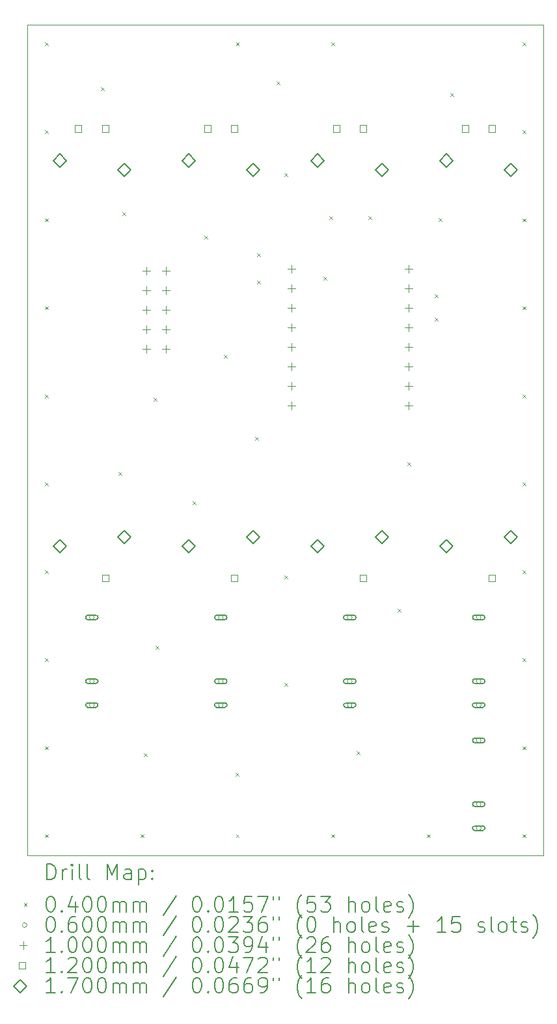
<source format=gbr>
%TF.GenerationSoftware,KiCad,Pcbnew,7.0.7*%
%TF.CreationDate,2025-11-01T14:08:22+08:00*%
%TF.ProjectId,2144_LPF,32313434-5f4c-4504-962e-6b696361645f,rev?*%
%TF.SameCoordinates,Original*%
%TF.FileFunction,Drillmap*%
%TF.FilePolarity,Positive*%
%FSLAX45Y45*%
G04 Gerber Fmt 4.5, Leading zero omitted, Abs format (unit mm)*
G04 Created by KiCad (PCBNEW 7.0.7) date 2025-11-01 14:08:22*
%MOMM*%
%LPD*%
G01*
G04 APERTURE LIST*
%ADD10C,0.100000*%
%ADD11C,0.200000*%
%ADD12C,0.040000*%
%ADD13C,0.060000*%
%ADD14C,0.120000*%
%ADD15C,0.170000*%
G04 APERTURE END LIST*
D10*
X6644000Y-4600000D02*
X13356000Y-4600000D01*
X13356000Y-15400000D01*
X6644000Y-15400000D01*
X6644000Y-4600000D01*
D11*
D12*
X6874000Y-4830000D02*
X6914000Y-4870000D01*
X6914000Y-4830000D02*
X6874000Y-4870000D01*
X6874000Y-5974444D02*
X6914000Y-6014444D01*
X6914000Y-5974444D02*
X6874000Y-6014444D01*
X6874000Y-7118889D02*
X6914000Y-7158889D01*
X6914000Y-7118889D02*
X6874000Y-7158889D01*
X6874000Y-8263333D02*
X6914000Y-8303333D01*
X6914000Y-8263333D02*
X6874000Y-8303333D01*
X6874000Y-9407778D02*
X6914000Y-9447778D01*
X6914000Y-9407778D02*
X6874000Y-9447778D01*
X6874000Y-10552222D02*
X6914000Y-10592222D01*
X6914000Y-10552222D02*
X6874000Y-10592222D01*
X6874000Y-11696666D02*
X6914000Y-11736666D01*
X6914000Y-11696666D02*
X6874000Y-11736666D01*
X6874000Y-12841111D02*
X6914000Y-12881111D01*
X6914000Y-12841111D02*
X6874000Y-12881111D01*
X6874000Y-13985555D02*
X6914000Y-14025555D01*
X6914000Y-13985555D02*
X6874000Y-14025555D01*
X6874000Y-15130000D02*
X6914000Y-15170000D01*
X6914000Y-15130000D02*
X6874000Y-15170000D01*
X7600000Y-5415600D02*
X7640000Y-5455600D01*
X7640000Y-5415600D02*
X7600000Y-5455600D01*
X7828600Y-10419400D02*
X7868600Y-10459400D01*
X7868600Y-10419400D02*
X7828600Y-10459400D01*
X7879400Y-7041200D02*
X7919400Y-7081200D01*
X7919400Y-7041200D02*
X7879400Y-7081200D01*
X8116400Y-15130000D02*
X8156400Y-15170000D01*
X8156400Y-15130000D02*
X8116400Y-15170000D01*
X8158800Y-14077000D02*
X8198800Y-14117000D01*
X8198800Y-14077000D02*
X8158800Y-14117000D01*
X8285800Y-9454200D02*
X8325800Y-9494200D01*
X8325800Y-9454200D02*
X8285800Y-9494200D01*
X8311200Y-12680000D02*
X8351200Y-12720000D01*
X8351200Y-12680000D02*
X8311200Y-12720000D01*
X8793800Y-10800400D02*
X8833800Y-10840400D01*
X8833800Y-10800400D02*
X8793800Y-10840400D01*
X8946200Y-7346000D02*
X8986200Y-7386000D01*
X8986200Y-7346000D02*
X8946200Y-7386000D01*
X9200200Y-8895400D02*
X9240200Y-8935400D01*
X9240200Y-8895400D02*
X9200200Y-8935400D01*
X9352600Y-14331000D02*
X9392600Y-14371000D01*
X9392600Y-14331000D02*
X9352600Y-14371000D01*
X9358800Y-4830000D02*
X9398800Y-4870000D01*
X9398800Y-4830000D02*
X9358800Y-4870000D01*
X9358800Y-15130000D02*
X9398800Y-15170000D01*
X9398800Y-15130000D02*
X9358800Y-15170000D01*
X9606600Y-9962200D02*
X9646600Y-10002200D01*
X9646600Y-9962200D02*
X9606600Y-10002200D01*
X9632000Y-7574600D02*
X9672000Y-7614600D01*
X9672000Y-7574600D02*
X9632000Y-7614600D01*
X9632000Y-7930200D02*
X9672000Y-7970200D01*
X9672000Y-7930200D02*
X9632000Y-7970200D01*
X9886000Y-5339400D02*
X9926000Y-5379400D01*
X9926000Y-5339400D02*
X9886000Y-5379400D01*
X9987600Y-6533200D02*
X10027600Y-6573200D01*
X10027600Y-6533200D02*
X9987600Y-6573200D01*
X9987600Y-11765600D02*
X10027600Y-11805600D01*
X10027600Y-11765600D02*
X9987600Y-11805600D01*
X9987600Y-13162600D02*
X10027600Y-13202600D01*
X10027600Y-13162600D02*
X9987600Y-13202600D01*
X10495600Y-7879400D02*
X10535600Y-7919400D01*
X10535600Y-7879400D02*
X10495600Y-7919400D01*
X10571800Y-7092000D02*
X10611800Y-7132000D01*
X10611800Y-7092000D02*
X10571800Y-7132000D01*
X10601200Y-4830000D02*
X10641200Y-4870000D01*
X10641200Y-4830000D02*
X10601200Y-4870000D01*
X10601200Y-15130000D02*
X10641200Y-15170000D01*
X10641200Y-15130000D02*
X10601200Y-15170000D01*
X10927400Y-14051600D02*
X10967400Y-14091600D01*
X10967400Y-14051600D02*
X10927400Y-14091600D01*
X11079800Y-7092000D02*
X11119800Y-7132000D01*
X11119800Y-7092000D02*
X11079800Y-7132000D01*
X11460800Y-12197400D02*
X11500800Y-12237400D01*
X11500800Y-12197400D02*
X11460800Y-12237400D01*
X11587800Y-10292400D02*
X11627800Y-10332400D01*
X11627800Y-10292400D02*
X11587800Y-10332400D01*
X11843600Y-15130000D02*
X11883600Y-15170000D01*
X11883600Y-15130000D02*
X11843600Y-15170000D01*
X11943400Y-8108000D02*
X11983400Y-8148000D01*
X11983400Y-8108000D02*
X11943400Y-8148000D01*
X11943400Y-8412800D02*
X11983400Y-8452800D01*
X11983400Y-8412800D02*
X11943400Y-8452800D01*
X11994200Y-7117400D02*
X12034200Y-7157400D01*
X12034200Y-7117400D02*
X11994200Y-7157400D01*
X12146600Y-5491800D02*
X12186600Y-5531800D01*
X12186600Y-5491800D02*
X12146600Y-5531800D01*
X13086000Y-4830000D02*
X13126000Y-4870000D01*
X13126000Y-4830000D02*
X13086000Y-4870000D01*
X13086000Y-5974444D02*
X13126000Y-6014444D01*
X13126000Y-5974444D02*
X13086000Y-6014444D01*
X13086000Y-7118889D02*
X13126000Y-7158889D01*
X13126000Y-7118889D02*
X13086000Y-7158889D01*
X13086000Y-8263333D02*
X13126000Y-8303333D01*
X13126000Y-8263333D02*
X13086000Y-8303333D01*
X13086000Y-9407778D02*
X13126000Y-9447778D01*
X13126000Y-9407778D02*
X13086000Y-9447778D01*
X13086000Y-10552222D02*
X13126000Y-10592222D01*
X13126000Y-10552222D02*
X13086000Y-10592222D01*
X13086000Y-11696666D02*
X13126000Y-11736666D01*
X13126000Y-11696666D02*
X13086000Y-11736666D01*
X13086000Y-12841111D02*
X13126000Y-12881111D01*
X13126000Y-12841111D02*
X13086000Y-12881111D01*
X13086000Y-13985555D02*
X13126000Y-14025555D01*
X13126000Y-13985555D02*
X13086000Y-14025555D01*
X13086000Y-15130000D02*
X13126000Y-15170000D01*
X13126000Y-15130000D02*
X13086000Y-15170000D01*
D13*
X7513000Y-12308000D02*
G75*
G03*
X7513000Y-12308000I-30000J0D01*
G01*
D11*
X7433000Y-12338000D02*
X7533000Y-12338000D01*
X7533000Y-12338000D02*
G75*
G03*
X7533000Y-12278000I0J30000D01*
G01*
X7533000Y-12278000D02*
X7433000Y-12278000D01*
X7433000Y-12278000D02*
G75*
G03*
X7433000Y-12338000I0J-30000D01*
G01*
D13*
X7513000Y-13138000D02*
G75*
G03*
X7513000Y-13138000I-30000J0D01*
G01*
D11*
X7433000Y-13168000D02*
X7533000Y-13168000D01*
X7533000Y-13168000D02*
G75*
G03*
X7533000Y-13108000I0J30000D01*
G01*
X7533000Y-13108000D02*
X7433000Y-13108000D01*
X7433000Y-13108000D02*
G75*
G03*
X7433000Y-13168000I0J-30000D01*
G01*
D13*
X7513000Y-13448000D02*
G75*
G03*
X7513000Y-13448000I-30000J0D01*
G01*
D11*
X7433000Y-13478000D02*
X7533000Y-13478000D01*
X7533000Y-13478000D02*
G75*
G03*
X7533000Y-13418000I0J30000D01*
G01*
X7533000Y-13418000D02*
X7433000Y-13418000D01*
X7433000Y-13418000D02*
G75*
G03*
X7433000Y-13478000I0J-30000D01*
G01*
D13*
X9191000Y-12308000D02*
G75*
G03*
X9191000Y-12308000I-30000J0D01*
G01*
D11*
X9111000Y-12338000D02*
X9211000Y-12338000D01*
X9211000Y-12338000D02*
G75*
G03*
X9211000Y-12278000I0J30000D01*
G01*
X9211000Y-12278000D02*
X9111000Y-12278000D01*
X9111000Y-12278000D02*
G75*
G03*
X9111000Y-12338000I0J-30000D01*
G01*
D13*
X9191000Y-13138000D02*
G75*
G03*
X9191000Y-13138000I-30000J0D01*
G01*
D11*
X9111000Y-13168000D02*
X9211000Y-13168000D01*
X9211000Y-13168000D02*
G75*
G03*
X9211000Y-13108000I0J30000D01*
G01*
X9211000Y-13108000D02*
X9111000Y-13108000D01*
X9111000Y-13108000D02*
G75*
G03*
X9111000Y-13168000I0J-30000D01*
G01*
D13*
X9191000Y-13448000D02*
G75*
G03*
X9191000Y-13448000I-30000J0D01*
G01*
D11*
X9111000Y-13478000D02*
X9211000Y-13478000D01*
X9211000Y-13478000D02*
G75*
G03*
X9211000Y-13418000I0J30000D01*
G01*
X9211000Y-13418000D02*
X9111000Y-13418000D01*
X9111000Y-13418000D02*
G75*
G03*
X9111000Y-13478000I0J-30000D01*
G01*
D13*
X10869000Y-12308000D02*
G75*
G03*
X10869000Y-12308000I-30000J0D01*
G01*
D11*
X10789000Y-12338000D02*
X10889000Y-12338000D01*
X10889000Y-12338000D02*
G75*
G03*
X10889000Y-12278000I0J30000D01*
G01*
X10889000Y-12278000D02*
X10789000Y-12278000D01*
X10789000Y-12278000D02*
G75*
G03*
X10789000Y-12338000I0J-30000D01*
G01*
D13*
X10869000Y-13138000D02*
G75*
G03*
X10869000Y-13138000I-30000J0D01*
G01*
D11*
X10789000Y-13168000D02*
X10889000Y-13168000D01*
X10889000Y-13168000D02*
G75*
G03*
X10889000Y-13108000I0J30000D01*
G01*
X10889000Y-13108000D02*
X10789000Y-13108000D01*
X10789000Y-13108000D02*
G75*
G03*
X10789000Y-13168000I0J-30000D01*
G01*
D13*
X10869000Y-13448000D02*
G75*
G03*
X10869000Y-13448000I-30000J0D01*
G01*
D11*
X10789000Y-13478000D02*
X10889000Y-13478000D01*
X10889000Y-13478000D02*
G75*
G03*
X10889000Y-13418000I0J30000D01*
G01*
X10889000Y-13418000D02*
X10789000Y-13418000D01*
X10789000Y-13418000D02*
G75*
G03*
X10789000Y-13478000I0J-30000D01*
G01*
D13*
X12547000Y-12308000D02*
G75*
G03*
X12547000Y-12308000I-30000J0D01*
G01*
D11*
X12467000Y-12338000D02*
X12567000Y-12338000D01*
X12567000Y-12338000D02*
G75*
G03*
X12567000Y-12278000I0J30000D01*
G01*
X12567000Y-12278000D02*
X12467000Y-12278000D01*
X12467000Y-12278000D02*
G75*
G03*
X12467000Y-12338000I0J-30000D01*
G01*
D13*
X12547000Y-13138000D02*
G75*
G03*
X12547000Y-13138000I-30000J0D01*
G01*
D11*
X12467000Y-13168000D02*
X12567000Y-13168000D01*
X12567000Y-13168000D02*
G75*
G03*
X12567000Y-13108000I0J30000D01*
G01*
X12567000Y-13108000D02*
X12467000Y-13108000D01*
X12467000Y-13108000D02*
G75*
G03*
X12467000Y-13168000I0J-30000D01*
G01*
D13*
X12547000Y-13448000D02*
G75*
G03*
X12547000Y-13448000I-30000J0D01*
G01*
D11*
X12467000Y-13478000D02*
X12567000Y-13478000D01*
X12567000Y-13478000D02*
G75*
G03*
X12567000Y-13418000I0J30000D01*
G01*
X12567000Y-13418000D02*
X12467000Y-13418000D01*
X12467000Y-13418000D02*
G75*
G03*
X12467000Y-13478000I0J-30000D01*
G01*
D13*
X12547000Y-13908000D02*
G75*
G03*
X12547000Y-13908000I-30000J0D01*
G01*
D11*
X12467000Y-13938000D02*
X12567000Y-13938000D01*
X12567000Y-13938000D02*
G75*
G03*
X12567000Y-13878000I0J30000D01*
G01*
X12567000Y-13878000D02*
X12467000Y-13878000D01*
X12467000Y-13878000D02*
G75*
G03*
X12467000Y-13938000I0J-30000D01*
G01*
D13*
X12547000Y-14738000D02*
G75*
G03*
X12547000Y-14738000I-30000J0D01*
G01*
D11*
X12467000Y-14768000D02*
X12567000Y-14768000D01*
X12567000Y-14768000D02*
G75*
G03*
X12567000Y-14708000I0J30000D01*
G01*
X12567000Y-14708000D02*
X12467000Y-14708000D01*
X12467000Y-14708000D02*
G75*
G03*
X12467000Y-14768000I0J-30000D01*
G01*
D13*
X12547000Y-15048000D02*
G75*
G03*
X12547000Y-15048000I-30000J0D01*
G01*
D11*
X12467000Y-15078000D02*
X12567000Y-15078000D01*
X12567000Y-15078000D02*
G75*
G03*
X12567000Y-15018000I0J30000D01*
G01*
X12567000Y-15018000D02*
X12467000Y-15018000D01*
X12467000Y-15018000D02*
G75*
G03*
X12467000Y-15078000I0J-30000D01*
G01*
D10*
X8195000Y-7750000D02*
X8195000Y-7850000D01*
X8145000Y-7800000D02*
X8245000Y-7800000D01*
X8195000Y-8004000D02*
X8195000Y-8104000D01*
X8145000Y-8054000D02*
X8245000Y-8054000D01*
X8195000Y-8258000D02*
X8195000Y-8358000D01*
X8145000Y-8308000D02*
X8245000Y-8308000D01*
X8195000Y-8512000D02*
X8195000Y-8612000D01*
X8145000Y-8562000D02*
X8245000Y-8562000D01*
X8195000Y-8766000D02*
X8195000Y-8866000D01*
X8145000Y-8816000D02*
X8245000Y-8816000D01*
X8449000Y-7750000D02*
X8449000Y-7850000D01*
X8399000Y-7800000D02*
X8499000Y-7800000D01*
X8449000Y-8004000D02*
X8449000Y-8104000D01*
X8399000Y-8054000D02*
X8499000Y-8054000D01*
X8449000Y-8258000D02*
X8449000Y-8358000D01*
X8399000Y-8308000D02*
X8499000Y-8308000D01*
X8449000Y-8512000D02*
X8449000Y-8612000D01*
X8399000Y-8562000D02*
X8499000Y-8562000D01*
X8449000Y-8766000D02*
X8449000Y-8866000D01*
X8399000Y-8816000D02*
X8499000Y-8816000D01*
X10083800Y-7722400D02*
X10083800Y-7822400D01*
X10033800Y-7772400D02*
X10133800Y-7772400D01*
X10083800Y-7976400D02*
X10083800Y-8076400D01*
X10033800Y-8026400D02*
X10133800Y-8026400D01*
X10083800Y-8230400D02*
X10083800Y-8330400D01*
X10033800Y-8280400D02*
X10133800Y-8280400D01*
X10083800Y-8484400D02*
X10083800Y-8584400D01*
X10033800Y-8534400D02*
X10133800Y-8534400D01*
X10083800Y-8738400D02*
X10083800Y-8838400D01*
X10033800Y-8788400D02*
X10133800Y-8788400D01*
X10083800Y-8992400D02*
X10083800Y-9092400D01*
X10033800Y-9042400D02*
X10133800Y-9042400D01*
X10083800Y-9246400D02*
X10083800Y-9346400D01*
X10033800Y-9296400D02*
X10133800Y-9296400D01*
X10083800Y-9500400D02*
X10083800Y-9600400D01*
X10033800Y-9550400D02*
X10133800Y-9550400D01*
X11607800Y-7722400D02*
X11607800Y-7822400D01*
X11557800Y-7772400D02*
X11657800Y-7772400D01*
X11607800Y-7976400D02*
X11607800Y-8076400D01*
X11557800Y-8026400D02*
X11657800Y-8026400D01*
X11607800Y-8230400D02*
X11607800Y-8330400D01*
X11557800Y-8280400D02*
X11657800Y-8280400D01*
X11607800Y-8484400D02*
X11607800Y-8584400D01*
X11557800Y-8534400D02*
X11657800Y-8534400D01*
X11607800Y-8738400D02*
X11607800Y-8838400D01*
X11557800Y-8788400D02*
X11657800Y-8788400D01*
X11607800Y-8992400D02*
X11607800Y-9092400D01*
X11557800Y-9042400D02*
X11657800Y-9042400D01*
X11607800Y-9246400D02*
X11607800Y-9346400D01*
X11557800Y-9296400D02*
X11657800Y-9296400D01*
X11607800Y-9500400D02*
X11607800Y-9600400D01*
X11557800Y-9550400D02*
X11657800Y-9550400D01*
D14*
X7350427Y-5992427D02*
X7350427Y-5907573D01*
X7265573Y-5907573D01*
X7265573Y-5992427D01*
X7350427Y-5992427D01*
X7700427Y-5992427D02*
X7700427Y-5907573D01*
X7615573Y-5907573D01*
X7615573Y-5992427D01*
X7700427Y-5992427D01*
X7700427Y-11842427D02*
X7700427Y-11757573D01*
X7615573Y-11757573D01*
X7615573Y-11842427D01*
X7700427Y-11842427D01*
X9028427Y-5992427D02*
X9028427Y-5907573D01*
X8943573Y-5907573D01*
X8943573Y-5992427D01*
X9028427Y-5992427D01*
X9378427Y-5992427D02*
X9378427Y-5907573D01*
X9293573Y-5907573D01*
X9293573Y-5992427D01*
X9378427Y-5992427D01*
X9378427Y-11842427D02*
X9378427Y-11757573D01*
X9293573Y-11757573D01*
X9293573Y-11842427D01*
X9378427Y-11842427D01*
X10706427Y-5992427D02*
X10706427Y-5907573D01*
X10621573Y-5907573D01*
X10621573Y-5992427D01*
X10706427Y-5992427D01*
X11056427Y-5992427D02*
X11056427Y-5907573D01*
X10971573Y-5907573D01*
X10971573Y-5992427D01*
X11056427Y-5992427D01*
X11056427Y-11842427D02*
X11056427Y-11757573D01*
X10971573Y-11757573D01*
X10971573Y-11842427D01*
X11056427Y-11842427D01*
X12384427Y-5992427D02*
X12384427Y-5907573D01*
X12299573Y-5907573D01*
X12299573Y-5992427D01*
X12384427Y-5992427D01*
X12734427Y-5992427D02*
X12734427Y-5907573D01*
X12649573Y-5907573D01*
X12649573Y-5992427D01*
X12734427Y-5992427D01*
X12734427Y-11842427D02*
X12734427Y-11757573D01*
X12649573Y-11757573D01*
X12649573Y-11842427D01*
X12734427Y-11842427D01*
D15*
X7063000Y-6450000D02*
X7148000Y-6365000D01*
X7063000Y-6280000D01*
X6978000Y-6365000D01*
X7063000Y-6450000D01*
X7063000Y-11470000D02*
X7148000Y-11385000D01*
X7063000Y-11300000D01*
X6978000Y-11385000D01*
X7063000Y-11470000D01*
X7903000Y-6570000D02*
X7988000Y-6485000D01*
X7903000Y-6400000D01*
X7818000Y-6485000D01*
X7903000Y-6570000D01*
X7903000Y-11350000D02*
X7988000Y-11265000D01*
X7903000Y-11180000D01*
X7818000Y-11265000D01*
X7903000Y-11350000D01*
X8741000Y-6450000D02*
X8826000Y-6365000D01*
X8741000Y-6280000D01*
X8656000Y-6365000D01*
X8741000Y-6450000D01*
X8741000Y-11470000D02*
X8826000Y-11385000D01*
X8741000Y-11300000D01*
X8656000Y-11385000D01*
X8741000Y-11470000D01*
X9581000Y-6570000D02*
X9666000Y-6485000D01*
X9581000Y-6400000D01*
X9496000Y-6485000D01*
X9581000Y-6570000D01*
X9581000Y-11350000D02*
X9666000Y-11265000D01*
X9581000Y-11180000D01*
X9496000Y-11265000D01*
X9581000Y-11350000D01*
X10419000Y-6450000D02*
X10504000Y-6365000D01*
X10419000Y-6280000D01*
X10334000Y-6365000D01*
X10419000Y-6450000D01*
X10419000Y-11470000D02*
X10504000Y-11385000D01*
X10419000Y-11300000D01*
X10334000Y-11385000D01*
X10419000Y-11470000D01*
X11259000Y-6570000D02*
X11344000Y-6485000D01*
X11259000Y-6400000D01*
X11174000Y-6485000D01*
X11259000Y-6570000D01*
X11259000Y-11350000D02*
X11344000Y-11265000D01*
X11259000Y-11180000D01*
X11174000Y-11265000D01*
X11259000Y-11350000D01*
X12097000Y-6450000D02*
X12182000Y-6365000D01*
X12097000Y-6280000D01*
X12012000Y-6365000D01*
X12097000Y-6450000D01*
X12097000Y-11470000D02*
X12182000Y-11385000D01*
X12097000Y-11300000D01*
X12012000Y-11385000D01*
X12097000Y-11470000D01*
X12937000Y-6570000D02*
X13022000Y-6485000D01*
X12937000Y-6400000D01*
X12852000Y-6485000D01*
X12937000Y-6570000D01*
X12937000Y-11350000D02*
X13022000Y-11265000D01*
X12937000Y-11180000D01*
X12852000Y-11265000D01*
X12937000Y-11350000D01*
D11*
X6899777Y-15716484D02*
X6899777Y-15516484D01*
X6899777Y-15516484D02*
X6947396Y-15516484D01*
X6947396Y-15516484D02*
X6975967Y-15526008D01*
X6975967Y-15526008D02*
X6995015Y-15545055D01*
X6995015Y-15545055D02*
X7004539Y-15564103D01*
X7004539Y-15564103D02*
X7014062Y-15602198D01*
X7014062Y-15602198D02*
X7014062Y-15630769D01*
X7014062Y-15630769D02*
X7004539Y-15668865D01*
X7004539Y-15668865D02*
X6995015Y-15687912D01*
X6995015Y-15687912D02*
X6975967Y-15706960D01*
X6975967Y-15706960D02*
X6947396Y-15716484D01*
X6947396Y-15716484D02*
X6899777Y-15716484D01*
X7099777Y-15716484D02*
X7099777Y-15583150D01*
X7099777Y-15621246D02*
X7109301Y-15602198D01*
X7109301Y-15602198D02*
X7118824Y-15592674D01*
X7118824Y-15592674D02*
X7137872Y-15583150D01*
X7137872Y-15583150D02*
X7156920Y-15583150D01*
X7223586Y-15716484D02*
X7223586Y-15583150D01*
X7223586Y-15516484D02*
X7214062Y-15526008D01*
X7214062Y-15526008D02*
X7223586Y-15535531D01*
X7223586Y-15535531D02*
X7233110Y-15526008D01*
X7233110Y-15526008D02*
X7223586Y-15516484D01*
X7223586Y-15516484D02*
X7223586Y-15535531D01*
X7347396Y-15716484D02*
X7328348Y-15706960D01*
X7328348Y-15706960D02*
X7318824Y-15687912D01*
X7318824Y-15687912D02*
X7318824Y-15516484D01*
X7452158Y-15716484D02*
X7433110Y-15706960D01*
X7433110Y-15706960D02*
X7423586Y-15687912D01*
X7423586Y-15687912D02*
X7423586Y-15516484D01*
X7680729Y-15716484D02*
X7680729Y-15516484D01*
X7680729Y-15516484D02*
X7747396Y-15659341D01*
X7747396Y-15659341D02*
X7814062Y-15516484D01*
X7814062Y-15516484D02*
X7814062Y-15716484D01*
X7995015Y-15716484D02*
X7995015Y-15611722D01*
X7995015Y-15611722D02*
X7985491Y-15592674D01*
X7985491Y-15592674D02*
X7966443Y-15583150D01*
X7966443Y-15583150D02*
X7928348Y-15583150D01*
X7928348Y-15583150D02*
X7909301Y-15592674D01*
X7995015Y-15706960D02*
X7975967Y-15716484D01*
X7975967Y-15716484D02*
X7928348Y-15716484D01*
X7928348Y-15716484D02*
X7909301Y-15706960D01*
X7909301Y-15706960D02*
X7899777Y-15687912D01*
X7899777Y-15687912D02*
X7899777Y-15668865D01*
X7899777Y-15668865D02*
X7909301Y-15649817D01*
X7909301Y-15649817D02*
X7928348Y-15640293D01*
X7928348Y-15640293D02*
X7975967Y-15640293D01*
X7975967Y-15640293D02*
X7995015Y-15630769D01*
X8090253Y-15583150D02*
X8090253Y-15783150D01*
X8090253Y-15592674D02*
X8109301Y-15583150D01*
X8109301Y-15583150D02*
X8147396Y-15583150D01*
X8147396Y-15583150D02*
X8166443Y-15592674D01*
X8166443Y-15592674D02*
X8175967Y-15602198D01*
X8175967Y-15602198D02*
X8185491Y-15621246D01*
X8185491Y-15621246D02*
X8185491Y-15678388D01*
X8185491Y-15678388D02*
X8175967Y-15697436D01*
X8175967Y-15697436D02*
X8166443Y-15706960D01*
X8166443Y-15706960D02*
X8147396Y-15716484D01*
X8147396Y-15716484D02*
X8109301Y-15716484D01*
X8109301Y-15716484D02*
X8090253Y-15706960D01*
X8271205Y-15697436D02*
X8280729Y-15706960D01*
X8280729Y-15706960D02*
X8271205Y-15716484D01*
X8271205Y-15716484D02*
X8261682Y-15706960D01*
X8261682Y-15706960D02*
X8271205Y-15697436D01*
X8271205Y-15697436D02*
X8271205Y-15716484D01*
X8271205Y-15592674D02*
X8280729Y-15602198D01*
X8280729Y-15602198D02*
X8271205Y-15611722D01*
X8271205Y-15611722D02*
X8261682Y-15602198D01*
X8261682Y-15602198D02*
X8271205Y-15592674D01*
X8271205Y-15592674D02*
X8271205Y-15611722D01*
D12*
X6599000Y-16025000D02*
X6639000Y-16065000D01*
X6639000Y-16025000D02*
X6599000Y-16065000D01*
D11*
X6937872Y-15936484D02*
X6956920Y-15936484D01*
X6956920Y-15936484D02*
X6975967Y-15946008D01*
X6975967Y-15946008D02*
X6985491Y-15955531D01*
X6985491Y-15955531D02*
X6995015Y-15974579D01*
X6995015Y-15974579D02*
X7004539Y-16012674D01*
X7004539Y-16012674D02*
X7004539Y-16060293D01*
X7004539Y-16060293D02*
X6995015Y-16098388D01*
X6995015Y-16098388D02*
X6985491Y-16117436D01*
X6985491Y-16117436D02*
X6975967Y-16126960D01*
X6975967Y-16126960D02*
X6956920Y-16136484D01*
X6956920Y-16136484D02*
X6937872Y-16136484D01*
X6937872Y-16136484D02*
X6918824Y-16126960D01*
X6918824Y-16126960D02*
X6909301Y-16117436D01*
X6909301Y-16117436D02*
X6899777Y-16098388D01*
X6899777Y-16098388D02*
X6890253Y-16060293D01*
X6890253Y-16060293D02*
X6890253Y-16012674D01*
X6890253Y-16012674D02*
X6899777Y-15974579D01*
X6899777Y-15974579D02*
X6909301Y-15955531D01*
X6909301Y-15955531D02*
X6918824Y-15946008D01*
X6918824Y-15946008D02*
X6937872Y-15936484D01*
X7090253Y-16117436D02*
X7099777Y-16126960D01*
X7099777Y-16126960D02*
X7090253Y-16136484D01*
X7090253Y-16136484D02*
X7080729Y-16126960D01*
X7080729Y-16126960D02*
X7090253Y-16117436D01*
X7090253Y-16117436D02*
X7090253Y-16136484D01*
X7271205Y-16003150D02*
X7271205Y-16136484D01*
X7223586Y-15926960D02*
X7175967Y-16069817D01*
X7175967Y-16069817D02*
X7299777Y-16069817D01*
X7414062Y-15936484D02*
X7433110Y-15936484D01*
X7433110Y-15936484D02*
X7452158Y-15946008D01*
X7452158Y-15946008D02*
X7461682Y-15955531D01*
X7461682Y-15955531D02*
X7471205Y-15974579D01*
X7471205Y-15974579D02*
X7480729Y-16012674D01*
X7480729Y-16012674D02*
X7480729Y-16060293D01*
X7480729Y-16060293D02*
X7471205Y-16098388D01*
X7471205Y-16098388D02*
X7461682Y-16117436D01*
X7461682Y-16117436D02*
X7452158Y-16126960D01*
X7452158Y-16126960D02*
X7433110Y-16136484D01*
X7433110Y-16136484D02*
X7414062Y-16136484D01*
X7414062Y-16136484D02*
X7395015Y-16126960D01*
X7395015Y-16126960D02*
X7385491Y-16117436D01*
X7385491Y-16117436D02*
X7375967Y-16098388D01*
X7375967Y-16098388D02*
X7366443Y-16060293D01*
X7366443Y-16060293D02*
X7366443Y-16012674D01*
X7366443Y-16012674D02*
X7375967Y-15974579D01*
X7375967Y-15974579D02*
X7385491Y-15955531D01*
X7385491Y-15955531D02*
X7395015Y-15946008D01*
X7395015Y-15946008D02*
X7414062Y-15936484D01*
X7604539Y-15936484D02*
X7623586Y-15936484D01*
X7623586Y-15936484D02*
X7642634Y-15946008D01*
X7642634Y-15946008D02*
X7652158Y-15955531D01*
X7652158Y-15955531D02*
X7661682Y-15974579D01*
X7661682Y-15974579D02*
X7671205Y-16012674D01*
X7671205Y-16012674D02*
X7671205Y-16060293D01*
X7671205Y-16060293D02*
X7661682Y-16098388D01*
X7661682Y-16098388D02*
X7652158Y-16117436D01*
X7652158Y-16117436D02*
X7642634Y-16126960D01*
X7642634Y-16126960D02*
X7623586Y-16136484D01*
X7623586Y-16136484D02*
X7604539Y-16136484D01*
X7604539Y-16136484D02*
X7585491Y-16126960D01*
X7585491Y-16126960D02*
X7575967Y-16117436D01*
X7575967Y-16117436D02*
X7566443Y-16098388D01*
X7566443Y-16098388D02*
X7556920Y-16060293D01*
X7556920Y-16060293D02*
X7556920Y-16012674D01*
X7556920Y-16012674D02*
X7566443Y-15974579D01*
X7566443Y-15974579D02*
X7575967Y-15955531D01*
X7575967Y-15955531D02*
X7585491Y-15946008D01*
X7585491Y-15946008D02*
X7604539Y-15936484D01*
X7756920Y-16136484D02*
X7756920Y-16003150D01*
X7756920Y-16022198D02*
X7766443Y-16012674D01*
X7766443Y-16012674D02*
X7785491Y-16003150D01*
X7785491Y-16003150D02*
X7814063Y-16003150D01*
X7814063Y-16003150D02*
X7833110Y-16012674D01*
X7833110Y-16012674D02*
X7842634Y-16031722D01*
X7842634Y-16031722D02*
X7842634Y-16136484D01*
X7842634Y-16031722D02*
X7852158Y-16012674D01*
X7852158Y-16012674D02*
X7871205Y-16003150D01*
X7871205Y-16003150D02*
X7899777Y-16003150D01*
X7899777Y-16003150D02*
X7918824Y-16012674D01*
X7918824Y-16012674D02*
X7928348Y-16031722D01*
X7928348Y-16031722D02*
X7928348Y-16136484D01*
X8023586Y-16136484D02*
X8023586Y-16003150D01*
X8023586Y-16022198D02*
X8033110Y-16012674D01*
X8033110Y-16012674D02*
X8052158Y-16003150D01*
X8052158Y-16003150D02*
X8080729Y-16003150D01*
X8080729Y-16003150D02*
X8099777Y-16012674D01*
X8099777Y-16012674D02*
X8109301Y-16031722D01*
X8109301Y-16031722D02*
X8109301Y-16136484D01*
X8109301Y-16031722D02*
X8118824Y-16012674D01*
X8118824Y-16012674D02*
X8137872Y-16003150D01*
X8137872Y-16003150D02*
X8166443Y-16003150D01*
X8166443Y-16003150D02*
X8185491Y-16012674D01*
X8185491Y-16012674D02*
X8195015Y-16031722D01*
X8195015Y-16031722D02*
X8195015Y-16136484D01*
X8585491Y-15926960D02*
X8414063Y-16184103D01*
X8842634Y-15936484D02*
X8861682Y-15936484D01*
X8861682Y-15936484D02*
X8880729Y-15946008D01*
X8880729Y-15946008D02*
X8890253Y-15955531D01*
X8890253Y-15955531D02*
X8899777Y-15974579D01*
X8899777Y-15974579D02*
X8909301Y-16012674D01*
X8909301Y-16012674D02*
X8909301Y-16060293D01*
X8909301Y-16060293D02*
X8899777Y-16098388D01*
X8899777Y-16098388D02*
X8890253Y-16117436D01*
X8890253Y-16117436D02*
X8880729Y-16126960D01*
X8880729Y-16126960D02*
X8861682Y-16136484D01*
X8861682Y-16136484D02*
X8842634Y-16136484D01*
X8842634Y-16136484D02*
X8823587Y-16126960D01*
X8823587Y-16126960D02*
X8814063Y-16117436D01*
X8814063Y-16117436D02*
X8804539Y-16098388D01*
X8804539Y-16098388D02*
X8795015Y-16060293D01*
X8795015Y-16060293D02*
X8795015Y-16012674D01*
X8795015Y-16012674D02*
X8804539Y-15974579D01*
X8804539Y-15974579D02*
X8814063Y-15955531D01*
X8814063Y-15955531D02*
X8823587Y-15946008D01*
X8823587Y-15946008D02*
X8842634Y-15936484D01*
X8995015Y-16117436D02*
X9004539Y-16126960D01*
X9004539Y-16126960D02*
X8995015Y-16136484D01*
X8995015Y-16136484D02*
X8985491Y-16126960D01*
X8985491Y-16126960D02*
X8995015Y-16117436D01*
X8995015Y-16117436D02*
X8995015Y-16136484D01*
X9128348Y-15936484D02*
X9147396Y-15936484D01*
X9147396Y-15936484D02*
X9166444Y-15946008D01*
X9166444Y-15946008D02*
X9175968Y-15955531D01*
X9175968Y-15955531D02*
X9185491Y-15974579D01*
X9185491Y-15974579D02*
X9195015Y-16012674D01*
X9195015Y-16012674D02*
X9195015Y-16060293D01*
X9195015Y-16060293D02*
X9185491Y-16098388D01*
X9185491Y-16098388D02*
X9175968Y-16117436D01*
X9175968Y-16117436D02*
X9166444Y-16126960D01*
X9166444Y-16126960D02*
X9147396Y-16136484D01*
X9147396Y-16136484D02*
X9128348Y-16136484D01*
X9128348Y-16136484D02*
X9109301Y-16126960D01*
X9109301Y-16126960D02*
X9099777Y-16117436D01*
X9099777Y-16117436D02*
X9090253Y-16098388D01*
X9090253Y-16098388D02*
X9080729Y-16060293D01*
X9080729Y-16060293D02*
X9080729Y-16012674D01*
X9080729Y-16012674D02*
X9090253Y-15974579D01*
X9090253Y-15974579D02*
X9099777Y-15955531D01*
X9099777Y-15955531D02*
X9109301Y-15946008D01*
X9109301Y-15946008D02*
X9128348Y-15936484D01*
X9385491Y-16136484D02*
X9271206Y-16136484D01*
X9328348Y-16136484D02*
X9328348Y-15936484D01*
X9328348Y-15936484D02*
X9309301Y-15965055D01*
X9309301Y-15965055D02*
X9290253Y-15984103D01*
X9290253Y-15984103D02*
X9271206Y-15993627D01*
X9566444Y-15936484D02*
X9471206Y-15936484D01*
X9471206Y-15936484D02*
X9461682Y-16031722D01*
X9461682Y-16031722D02*
X9471206Y-16022198D01*
X9471206Y-16022198D02*
X9490253Y-16012674D01*
X9490253Y-16012674D02*
X9537872Y-16012674D01*
X9537872Y-16012674D02*
X9556920Y-16022198D01*
X9556920Y-16022198D02*
X9566444Y-16031722D01*
X9566444Y-16031722D02*
X9575968Y-16050769D01*
X9575968Y-16050769D02*
X9575968Y-16098388D01*
X9575968Y-16098388D02*
X9566444Y-16117436D01*
X9566444Y-16117436D02*
X9556920Y-16126960D01*
X9556920Y-16126960D02*
X9537872Y-16136484D01*
X9537872Y-16136484D02*
X9490253Y-16136484D01*
X9490253Y-16136484D02*
X9471206Y-16126960D01*
X9471206Y-16126960D02*
X9461682Y-16117436D01*
X9642634Y-15936484D02*
X9775968Y-15936484D01*
X9775968Y-15936484D02*
X9690253Y-16136484D01*
X9842634Y-15936484D02*
X9842634Y-15974579D01*
X9918825Y-15936484D02*
X9918825Y-15974579D01*
X10214063Y-16212674D02*
X10204539Y-16203150D01*
X10204539Y-16203150D02*
X10185491Y-16174579D01*
X10185491Y-16174579D02*
X10175968Y-16155531D01*
X10175968Y-16155531D02*
X10166444Y-16126960D01*
X10166444Y-16126960D02*
X10156920Y-16079341D01*
X10156920Y-16079341D02*
X10156920Y-16041246D01*
X10156920Y-16041246D02*
X10166444Y-15993627D01*
X10166444Y-15993627D02*
X10175968Y-15965055D01*
X10175968Y-15965055D02*
X10185491Y-15946008D01*
X10185491Y-15946008D02*
X10204539Y-15917436D01*
X10204539Y-15917436D02*
X10214063Y-15907912D01*
X10385491Y-15936484D02*
X10290253Y-15936484D01*
X10290253Y-15936484D02*
X10280730Y-16031722D01*
X10280730Y-16031722D02*
X10290253Y-16022198D01*
X10290253Y-16022198D02*
X10309301Y-16012674D01*
X10309301Y-16012674D02*
X10356920Y-16012674D01*
X10356920Y-16012674D02*
X10375968Y-16022198D01*
X10375968Y-16022198D02*
X10385491Y-16031722D01*
X10385491Y-16031722D02*
X10395015Y-16050769D01*
X10395015Y-16050769D02*
X10395015Y-16098388D01*
X10395015Y-16098388D02*
X10385491Y-16117436D01*
X10385491Y-16117436D02*
X10375968Y-16126960D01*
X10375968Y-16126960D02*
X10356920Y-16136484D01*
X10356920Y-16136484D02*
X10309301Y-16136484D01*
X10309301Y-16136484D02*
X10290253Y-16126960D01*
X10290253Y-16126960D02*
X10280730Y-16117436D01*
X10461682Y-15936484D02*
X10585491Y-15936484D01*
X10585491Y-15936484D02*
X10518825Y-16012674D01*
X10518825Y-16012674D02*
X10547396Y-16012674D01*
X10547396Y-16012674D02*
X10566444Y-16022198D01*
X10566444Y-16022198D02*
X10575968Y-16031722D01*
X10575968Y-16031722D02*
X10585491Y-16050769D01*
X10585491Y-16050769D02*
X10585491Y-16098388D01*
X10585491Y-16098388D02*
X10575968Y-16117436D01*
X10575968Y-16117436D02*
X10566444Y-16126960D01*
X10566444Y-16126960D02*
X10547396Y-16136484D01*
X10547396Y-16136484D02*
X10490253Y-16136484D01*
X10490253Y-16136484D02*
X10471206Y-16126960D01*
X10471206Y-16126960D02*
X10461682Y-16117436D01*
X10823587Y-16136484D02*
X10823587Y-15936484D01*
X10909301Y-16136484D02*
X10909301Y-16031722D01*
X10909301Y-16031722D02*
X10899777Y-16012674D01*
X10899777Y-16012674D02*
X10880730Y-16003150D01*
X10880730Y-16003150D02*
X10852158Y-16003150D01*
X10852158Y-16003150D02*
X10833111Y-16012674D01*
X10833111Y-16012674D02*
X10823587Y-16022198D01*
X11033111Y-16136484D02*
X11014063Y-16126960D01*
X11014063Y-16126960D02*
X11004539Y-16117436D01*
X11004539Y-16117436D02*
X10995015Y-16098388D01*
X10995015Y-16098388D02*
X10995015Y-16041246D01*
X10995015Y-16041246D02*
X11004539Y-16022198D01*
X11004539Y-16022198D02*
X11014063Y-16012674D01*
X11014063Y-16012674D02*
X11033111Y-16003150D01*
X11033111Y-16003150D02*
X11061682Y-16003150D01*
X11061682Y-16003150D02*
X11080730Y-16012674D01*
X11080730Y-16012674D02*
X11090253Y-16022198D01*
X11090253Y-16022198D02*
X11099777Y-16041246D01*
X11099777Y-16041246D02*
X11099777Y-16098388D01*
X11099777Y-16098388D02*
X11090253Y-16117436D01*
X11090253Y-16117436D02*
X11080730Y-16126960D01*
X11080730Y-16126960D02*
X11061682Y-16136484D01*
X11061682Y-16136484D02*
X11033111Y-16136484D01*
X11214063Y-16136484D02*
X11195015Y-16126960D01*
X11195015Y-16126960D02*
X11185491Y-16107912D01*
X11185491Y-16107912D02*
X11185491Y-15936484D01*
X11366444Y-16126960D02*
X11347396Y-16136484D01*
X11347396Y-16136484D02*
X11309301Y-16136484D01*
X11309301Y-16136484D02*
X11290253Y-16126960D01*
X11290253Y-16126960D02*
X11280730Y-16107912D01*
X11280730Y-16107912D02*
X11280730Y-16031722D01*
X11280730Y-16031722D02*
X11290253Y-16012674D01*
X11290253Y-16012674D02*
X11309301Y-16003150D01*
X11309301Y-16003150D02*
X11347396Y-16003150D01*
X11347396Y-16003150D02*
X11366444Y-16012674D01*
X11366444Y-16012674D02*
X11375968Y-16031722D01*
X11375968Y-16031722D02*
X11375968Y-16050769D01*
X11375968Y-16050769D02*
X11280730Y-16069817D01*
X11452158Y-16126960D02*
X11471206Y-16136484D01*
X11471206Y-16136484D02*
X11509301Y-16136484D01*
X11509301Y-16136484D02*
X11528349Y-16126960D01*
X11528349Y-16126960D02*
X11537872Y-16107912D01*
X11537872Y-16107912D02*
X11537872Y-16098388D01*
X11537872Y-16098388D02*
X11528349Y-16079341D01*
X11528349Y-16079341D02*
X11509301Y-16069817D01*
X11509301Y-16069817D02*
X11480730Y-16069817D01*
X11480730Y-16069817D02*
X11461682Y-16060293D01*
X11461682Y-16060293D02*
X11452158Y-16041246D01*
X11452158Y-16041246D02*
X11452158Y-16031722D01*
X11452158Y-16031722D02*
X11461682Y-16012674D01*
X11461682Y-16012674D02*
X11480730Y-16003150D01*
X11480730Y-16003150D02*
X11509301Y-16003150D01*
X11509301Y-16003150D02*
X11528349Y-16012674D01*
X11604539Y-16212674D02*
X11614063Y-16203150D01*
X11614063Y-16203150D02*
X11633111Y-16174579D01*
X11633111Y-16174579D02*
X11642634Y-16155531D01*
X11642634Y-16155531D02*
X11652158Y-16126960D01*
X11652158Y-16126960D02*
X11661682Y-16079341D01*
X11661682Y-16079341D02*
X11661682Y-16041246D01*
X11661682Y-16041246D02*
X11652158Y-15993627D01*
X11652158Y-15993627D02*
X11642634Y-15965055D01*
X11642634Y-15965055D02*
X11633111Y-15946008D01*
X11633111Y-15946008D02*
X11614063Y-15917436D01*
X11614063Y-15917436D02*
X11604539Y-15907912D01*
D13*
X6639000Y-16309000D02*
G75*
G03*
X6639000Y-16309000I-30000J0D01*
G01*
D11*
X6937872Y-16200484D02*
X6956920Y-16200484D01*
X6956920Y-16200484D02*
X6975967Y-16210008D01*
X6975967Y-16210008D02*
X6985491Y-16219531D01*
X6985491Y-16219531D02*
X6995015Y-16238579D01*
X6995015Y-16238579D02*
X7004539Y-16276674D01*
X7004539Y-16276674D02*
X7004539Y-16324293D01*
X7004539Y-16324293D02*
X6995015Y-16362388D01*
X6995015Y-16362388D02*
X6985491Y-16381436D01*
X6985491Y-16381436D02*
X6975967Y-16390960D01*
X6975967Y-16390960D02*
X6956920Y-16400484D01*
X6956920Y-16400484D02*
X6937872Y-16400484D01*
X6937872Y-16400484D02*
X6918824Y-16390960D01*
X6918824Y-16390960D02*
X6909301Y-16381436D01*
X6909301Y-16381436D02*
X6899777Y-16362388D01*
X6899777Y-16362388D02*
X6890253Y-16324293D01*
X6890253Y-16324293D02*
X6890253Y-16276674D01*
X6890253Y-16276674D02*
X6899777Y-16238579D01*
X6899777Y-16238579D02*
X6909301Y-16219531D01*
X6909301Y-16219531D02*
X6918824Y-16210008D01*
X6918824Y-16210008D02*
X6937872Y-16200484D01*
X7090253Y-16381436D02*
X7099777Y-16390960D01*
X7099777Y-16390960D02*
X7090253Y-16400484D01*
X7090253Y-16400484D02*
X7080729Y-16390960D01*
X7080729Y-16390960D02*
X7090253Y-16381436D01*
X7090253Y-16381436D02*
X7090253Y-16400484D01*
X7271205Y-16200484D02*
X7233110Y-16200484D01*
X7233110Y-16200484D02*
X7214062Y-16210008D01*
X7214062Y-16210008D02*
X7204539Y-16219531D01*
X7204539Y-16219531D02*
X7185491Y-16248103D01*
X7185491Y-16248103D02*
X7175967Y-16286198D01*
X7175967Y-16286198D02*
X7175967Y-16362388D01*
X7175967Y-16362388D02*
X7185491Y-16381436D01*
X7185491Y-16381436D02*
X7195015Y-16390960D01*
X7195015Y-16390960D02*
X7214062Y-16400484D01*
X7214062Y-16400484D02*
X7252158Y-16400484D01*
X7252158Y-16400484D02*
X7271205Y-16390960D01*
X7271205Y-16390960D02*
X7280729Y-16381436D01*
X7280729Y-16381436D02*
X7290253Y-16362388D01*
X7290253Y-16362388D02*
X7290253Y-16314769D01*
X7290253Y-16314769D02*
X7280729Y-16295722D01*
X7280729Y-16295722D02*
X7271205Y-16286198D01*
X7271205Y-16286198D02*
X7252158Y-16276674D01*
X7252158Y-16276674D02*
X7214062Y-16276674D01*
X7214062Y-16276674D02*
X7195015Y-16286198D01*
X7195015Y-16286198D02*
X7185491Y-16295722D01*
X7185491Y-16295722D02*
X7175967Y-16314769D01*
X7414062Y-16200484D02*
X7433110Y-16200484D01*
X7433110Y-16200484D02*
X7452158Y-16210008D01*
X7452158Y-16210008D02*
X7461682Y-16219531D01*
X7461682Y-16219531D02*
X7471205Y-16238579D01*
X7471205Y-16238579D02*
X7480729Y-16276674D01*
X7480729Y-16276674D02*
X7480729Y-16324293D01*
X7480729Y-16324293D02*
X7471205Y-16362388D01*
X7471205Y-16362388D02*
X7461682Y-16381436D01*
X7461682Y-16381436D02*
X7452158Y-16390960D01*
X7452158Y-16390960D02*
X7433110Y-16400484D01*
X7433110Y-16400484D02*
X7414062Y-16400484D01*
X7414062Y-16400484D02*
X7395015Y-16390960D01*
X7395015Y-16390960D02*
X7385491Y-16381436D01*
X7385491Y-16381436D02*
X7375967Y-16362388D01*
X7375967Y-16362388D02*
X7366443Y-16324293D01*
X7366443Y-16324293D02*
X7366443Y-16276674D01*
X7366443Y-16276674D02*
X7375967Y-16238579D01*
X7375967Y-16238579D02*
X7385491Y-16219531D01*
X7385491Y-16219531D02*
X7395015Y-16210008D01*
X7395015Y-16210008D02*
X7414062Y-16200484D01*
X7604539Y-16200484D02*
X7623586Y-16200484D01*
X7623586Y-16200484D02*
X7642634Y-16210008D01*
X7642634Y-16210008D02*
X7652158Y-16219531D01*
X7652158Y-16219531D02*
X7661682Y-16238579D01*
X7661682Y-16238579D02*
X7671205Y-16276674D01*
X7671205Y-16276674D02*
X7671205Y-16324293D01*
X7671205Y-16324293D02*
X7661682Y-16362388D01*
X7661682Y-16362388D02*
X7652158Y-16381436D01*
X7652158Y-16381436D02*
X7642634Y-16390960D01*
X7642634Y-16390960D02*
X7623586Y-16400484D01*
X7623586Y-16400484D02*
X7604539Y-16400484D01*
X7604539Y-16400484D02*
X7585491Y-16390960D01*
X7585491Y-16390960D02*
X7575967Y-16381436D01*
X7575967Y-16381436D02*
X7566443Y-16362388D01*
X7566443Y-16362388D02*
X7556920Y-16324293D01*
X7556920Y-16324293D02*
X7556920Y-16276674D01*
X7556920Y-16276674D02*
X7566443Y-16238579D01*
X7566443Y-16238579D02*
X7575967Y-16219531D01*
X7575967Y-16219531D02*
X7585491Y-16210008D01*
X7585491Y-16210008D02*
X7604539Y-16200484D01*
X7756920Y-16400484D02*
X7756920Y-16267150D01*
X7756920Y-16286198D02*
X7766443Y-16276674D01*
X7766443Y-16276674D02*
X7785491Y-16267150D01*
X7785491Y-16267150D02*
X7814063Y-16267150D01*
X7814063Y-16267150D02*
X7833110Y-16276674D01*
X7833110Y-16276674D02*
X7842634Y-16295722D01*
X7842634Y-16295722D02*
X7842634Y-16400484D01*
X7842634Y-16295722D02*
X7852158Y-16276674D01*
X7852158Y-16276674D02*
X7871205Y-16267150D01*
X7871205Y-16267150D02*
X7899777Y-16267150D01*
X7899777Y-16267150D02*
X7918824Y-16276674D01*
X7918824Y-16276674D02*
X7928348Y-16295722D01*
X7928348Y-16295722D02*
X7928348Y-16400484D01*
X8023586Y-16400484D02*
X8023586Y-16267150D01*
X8023586Y-16286198D02*
X8033110Y-16276674D01*
X8033110Y-16276674D02*
X8052158Y-16267150D01*
X8052158Y-16267150D02*
X8080729Y-16267150D01*
X8080729Y-16267150D02*
X8099777Y-16276674D01*
X8099777Y-16276674D02*
X8109301Y-16295722D01*
X8109301Y-16295722D02*
X8109301Y-16400484D01*
X8109301Y-16295722D02*
X8118824Y-16276674D01*
X8118824Y-16276674D02*
X8137872Y-16267150D01*
X8137872Y-16267150D02*
X8166443Y-16267150D01*
X8166443Y-16267150D02*
X8185491Y-16276674D01*
X8185491Y-16276674D02*
X8195015Y-16295722D01*
X8195015Y-16295722D02*
X8195015Y-16400484D01*
X8585491Y-16190960D02*
X8414063Y-16448103D01*
X8842634Y-16200484D02*
X8861682Y-16200484D01*
X8861682Y-16200484D02*
X8880729Y-16210008D01*
X8880729Y-16210008D02*
X8890253Y-16219531D01*
X8890253Y-16219531D02*
X8899777Y-16238579D01*
X8899777Y-16238579D02*
X8909301Y-16276674D01*
X8909301Y-16276674D02*
X8909301Y-16324293D01*
X8909301Y-16324293D02*
X8899777Y-16362388D01*
X8899777Y-16362388D02*
X8890253Y-16381436D01*
X8890253Y-16381436D02*
X8880729Y-16390960D01*
X8880729Y-16390960D02*
X8861682Y-16400484D01*
X8861682Y-16400484D02*
X8842634Y-16400484D01*
X8842634Y-16400484D02*
X8823587Y-16390960D01*
X8823587Y-16390960D02*
X8814063Y-16381436D01*
X8814063Y-16381436D02*
X8804539Y-16362388D01*
X8804539Y-16362388D02*
X8795015Y-16324293D01*
X8795015Y-16324293D02*
X8795015Y-16276674D01*
X8795015Y-16276674D02*
X8804539Y-16238579D01*
X8804539Y-16238579D02*
X8814063Y-16219531D01*
X8814063Y-16219531D02*
X8823587Y-16210008D01*
X8823587Y-16210008D02*
X8842634Y-16200484D01*
X8995015Y-16381436D02*
X9004539Y-16390960D01*
X9004539Y-16390960D02*
X8995015Y-16400484D01*
X8995015Y-16400484D02*
X8985491Y-16390960D01*
X8985491Y-16390960D02*
X8995015Y-16381436D01*
X8995015Y-16381436D02*
X8995015Y-16400484D01*
X9128348Y-16200484D02*
X9147396Y-16200484D01*
X9147396Y-16200484D02*
X9166444Y-16210008D01*
X9166444Y-16210008D02*
X9175968Y-16219531D01*
X9175968Y-16219531D02*
X9185491Y-16238579D01*
X9185491Y-16238579D02*
X9195015Y-16276674D01*
X9195015Y-16276674D02*
X9195015Y-16324293D01*
X9195015Y-16324293D02*
X9185491Y-16362388D01*
X9185491Y-16362388D02*
X9175968Y-16381436D01*
X9175968Y-16381436D02*
X9166444Y-16390960D01*
X9166444Y-16390960D02*
X9147396Y-16400484D01*
X9147396Y-16400484D02*
X9128348Y-16400484D01*
X9128348Y-16400484D02*
X9109301Y-16390960D01*
X9109301Y-16390960D02*
X9099777Y-16381436D01*
X9099777Y-16381436D02*
X9090253Y-16362388D01*
X9090253Y-16362388D02*
X9080729Y-16324293D01*
X9080729Y-16324293D02*
X9080729Y-16276674D01*
X9080729Y-16276674D02*
X9090253Y-16238579D01*
X9090253Y-16238579D02*
X9099777Y-16219531D01*
X9099777Y-16219531D02*
X9109301Y-16210008D01*
X9109301Y-16210008D02*
X9128348Y-16200484D01*
X9271206Y-16219531D02*
X9280729Y-16210008D01*
X9280729Y-16210008D02*
X9299777Y-16200484D01*
X9299777Y-16200484D02*
X9347396Y-16200484D01*
X9347396Y-16200484D02*
X9366444Y-16210008D01*
X9366444Y-16210008D02*
X9375968Y-16219531D01*
X9375968Y-16219531D02*
X9385491Y-16238579D01*
X9385491Y-16238579D02*
X9385491Y-16257627D01*
X9385491Y-16257627D02*
X9375968Y-16286198D01*
X9375968Y-16286198D02*
X9261682Y-16400484D01*
X9261682Y-16400484D02*
X9385491Y-16400484D01*
X9452158Y-16200484D02*
X9575968Y-16200484D01*
X9575968Y-16200484D02*
X9509301Y-16276674D01*
X9509301Y-16276674D02*
X9537872Y-16276674D01*
X9537872Y-16276674D02*
X9556920Y-16286198D01*
X9556920Y-16286198D02*
X9566444Y-16295722D01*
X9566444Y-16295722D02*
X9575968Y-16314769D01*
X9575968Y-16314769D02*
X9575968Y-16362388D01*
X9575968Y-16362388D02*
X9566444Y-16381436D01*
X9566444Y-16381436D02*
X9556920Y-16390960D01*
X9556920Y-16390960D02*
X9537872Y-16400484D01*
X9537872Y-16400484D02*
X9480729Y-16400484D01*
X9480729Y-16400484D02*
X9461682Y-16390960D01*
X9461682Y-16390960D02*
X9452158Y-16381436D01*
X9747396Y-16200484D02*
X9709301Y-16200484D01*
X9709301Y-16200484D02*
X9690253Y-16210008D01*
X9690253Y-16210008D02*
X9680729Y-16219531D01*
X9680729Y-16219531D02*
X9661682Y-16248103D01*
X9661682Y-16248103D02*
X9652158Y-16286198D01*
X9652158Y-16286198D02*
X9652158Y-16362388D01*
X9652158Y-16362388D02*
X9661682Y-16381436D01*
X9661682Y-16381436D02*
X9671206Y-16390960D01*
X9671206Y-16390960D02*
X9690253Y-16400484D01*
X9690253Y-16400484D02*
X9728349Y-16400484D01*
X9728349Y-16400484D02*
X9747396Y-16390960D01*
X9747396Y-16390960D02*
X9756920Y-16381436D01*
X9756920Y-16381436D02*
X9766444Y-16362388D01*
X9766444Y-16362388D02*
X9766444Y-16314769D01*
X9766444Y-16314769D02*
X9756920Y-16295722D01*
X9756920Y-16295722D02*
X9747396Y-16286198D01*
X9747396Y-16286198D02*
X9728349Y-16276674D01*
X9728349Y-16276674D02*
X9690253Y-16276674D01*
X9690253Y-16276674D02*
X9671206Y-16286198D01*
X9671206Y-16286198D02*
X9661682Y-16295722D01*
X9661682Y-16295722D02*
X9652158Y-16314769D01*
X9842634Y-16200484D02*
X9842634Y-16238579D01*
X9918825Y-16200484D02*
X9918825Y-16238579D01*
X10214063Y-16476674D02*
X10204539Y-16467150D01*
X10204539Y-16467150D02*
X10185491Y-16438579D01*
X10185491Y-16438579D02*
X10175968Y-16419531D01*
X10175968Y-16419531D02*
X10166444Y-16390960D01*
X10166444Y-16390960D02*
X10156920Y-16343341D01*
X10156920Y-16343341D02*
X10156920Y-16305246D01*
X10156920Y-16305246D02*
X10166444Y-16257627D01*
X10166444Y-16257627D02*
X10175968Y-16229055D01*
X10175968Y-16229055D02*
X10185491Y-16210008D01*
X10185491Y-16210008D02*
X10204539Y-16181436D01*
X10204539Y-16181436D02*
X10214063Y-16171912D01*
X10328349Y-16200484D02*
X10347396Y-16200484D01*
X10347396Y-16200484D02*
X10366444Y-16210008D01*
X10366444Y-16210008D02*
X10375968Y-16219531D01*
X10375968Y-16219531D02*
X10385491Y-16238579D01*
X10385491Y-16238579D02*
X10395015Y-16276674D01*
X10395015Y-16276674D02*
X10395015Y-16324293D01*
X10395015Y-16324293D02*
X10385491Y-16362388D01*
X10385491Y-16362388D02*
X10375968Y-16381436D01*
X10375968Y-16381436D02*
X10366444Y-16390960D01*
X10366444Y-16390960D02*
X10347396Y-16400484D01*
X10347396Y-16400484D02*
X10328349Y-16400484D01*
X10328349Y-16400484D02*
X10309301Y-16390960D01*
X10309301Y-16390960D02*
X10299777Y-16381436D01*
X10299777Y-16381436D02*
X10290253Y-16362388D01*
X10290253Y-16362388D02*
X10280730Y-16324293D01*
X10280730Y-16324293D02*
X10280730Y-16276674D01*
X10280730Y-16276674D02*
X10290253Y-16238579D01*
X10290253Y-16238579D02*
X10299777Y-16219531D01*
X10299777Y-16219531D02*
X10309301Y-16210008D01*
X10309301Y-16210008D02*
X10328349Y-16200484D01*
X10633111Y-16400484D02*
X10633111Y-16200484D01*
X10718825Y-16400484D02*
X10718825Y-16295722D01*
X10718825Y-16295722D02*
X10709301Y-16276674D01*
X10709301Y-16276674D02*
X10690253Y-16267150D01*
X10690253Y-16267150D02*
X10661682Y-16267150D01*
X10661682Y-16267150D02*
X10642634Y-16276674D01*
X10642634Y-16276674D02*
X10633111Y-16286198D01*
X10842634Y-16400484D02*
X10823587Y-16390960D01*
X10823587Y-16390960D02*
X10814063Y-16381436D01*
X10814063Y-16381436D02*
X10804539Y-16362388D01*
X10804539Y-16362388D02*
X10804539Y-16305246D01*
X10804539Y-16305246D02*
X10814063Y-16286198D01*
X10814063Y-16286198D02*
X10823587Y-16276674D01*
X10823587Y-16276674D02*
X10842634Y-16267150D01*
X10842634Y-16267150D02*
X10871206Y-16267150D01*
X10871206Y-16267150D02*
X10890253Y-16276674D01*
X10890253Y-16276674D02*
X10899777Y-16286198D01*
X10899777Y-16286198D02*
X10909301Y-16305246D01*
X10909301Y-16305246D02*
X10909301Y-16362388D01*
X10909301Y-16362388D02*
X10899777Y-16381436D01*
X10899777Y-16381436D02*
X10890253Y-16390960D01*
X10890253Y-16390960D02*
X10871206Y-16400484D01*
X10871206Y-16400484D02*
X10842634Y-16400484D01*
X11023587Y-16400484D02*
X11004539Y-16390960D01*
X11004539Y-16390960D02*
X10995015Y-16371912D01*
X10995015Y-16371912D02*
X10995015Y-16200484D01*
X11175968Y-16390960D02*
X11156920Y-16400484D01*
X11156920Y-16400484D02*
X11118825Y-16400484D01*
X11118825Y-16400484D02*
X11099777Y-16390960D01*
X11099777Y-16390960D02*
X11090253Y-16371912D01*
X11090253Y-16371912D02*
X11090253Y-16295722D01*
X11090253Y-16295722D02*
X11099777Y-16276674D01*
X11099777Y-16276674D02*
X11118825Y-16267150D01*
X11118825Y-16267150D02*
X11156920Y-16267150D01*
X11156920Y-16267150D02*
X11175968Y-16276674D01*
X11175968Y-16276674D02*
X11185491Y-16295722D01*
X11185491Y-16295722D02*
X11185491Y-16314769D01*
X11185491Y-16314769D02*
X11090253Y-16333817D01*
X11261682Y-16390960D02*
X11280730Y-16400484D01*
X11280730Y-16400484D02*
X11318825Y-16400484D01*
X11318825Y-16400484D02*
X11337872Y-16390960D01*
X11337872Y-16390960D02*
X11347396Y-16371912D01*
X11347396Y-16371912D02*
X11347396Y-16362388D01*
X11347396Y-16362388D02*
X11337872Y-16343341D01*
X11337872Y-16343341D02*
X11318825Y-16333817D01*
X11318825Y-16333817D02*
X11290253Y-16333817D01*
X11290253Y-16333817D02*
X11271206Y-16324293D01*
X11271206Y-16324293D02*
X11261682Y-16305246D01*
X11261682Y-16305246D02*
X11261682Y-16295722D01*
X11261682Y-16295722D02*
X11271206Y-16276674D01*
X11271206Y-16276674D02*
X11290253Y-16267150D01*
X11290253Y-16267150D02*
X11318825Y-16267150D01*
X11318825Y-16267150D02*
X11337872Y-16276674D01*
X11585492Y-16324293D02*
X11737873Y-16324293D01*
X11661682Y-16400484D02*
X11661682Y-16248103D01*
X12090253Y-16400484D02*
X11975968Y-16400484D01*
X12033111Y-16400484D02*
X12033111Y-16200484D01*
X12033111Y-16200484D02*
X12014063Y-16229055D01*
X12014063Y-16229055D02*
X11995015Y-16248103D01*
X11995015Y-16248103D02*
X11975968Y-16257627D01*
X12271206Y-16200484D02*
X12175968Y-16200484D01*
X12175968Y-16200484D02*
X12166444Y-16295722D01*
X12166444Y-16295722D02*
X12175968Y-16286198D01*
X12175968Y-16286198D02*
X12195015Y-16276674D01*
X12195015Y-16276674D02*
X12242634Y-16276674D01*
X12242634Y-16276674D02*
X12261682Y-16286198D01*
X12261682Y-16286198D02*
X12271206Y-16295722D01*
X12271206Y-16295722D02*
X12280730Y-16314769D01*
X12280730Y-16314769D02*
X12280730Y-16362388D01*
X12280730Y-16362388D02*
X12271206Y-16381436D01*
X12271206Y-16381436D02*
X12261682Y-16390960D01*
X12261682Y-16390960D02*
X12242634Y-16400484D01*
X12242634Y-16400484D02*
X12195015Y-16400484D01*
X12195015Y-16400484D02*
X12175968Y-16390960D01*
X12175968Y-16390960D02*
X12166444Y-16381436D01*
X12509301Y-16390960D02*
X12528349Y-16400484D01*
X12528349Y-16400484D02*
X12566444Y-16400484D01*
X12566444Y-16400484D02*
X12585492Y-16390960D01*
X12585492Y-16390960D02*
X12595015Y-16371912D01*
X12595015Y-16371912D02*
X12595015Y-16362388D01*
X12595015Y-16362388D02*
X12585492Y-16343341D01*
X12585492Y-16343341D02*
X12566444Y-16333817D01*
X12566444Y-16333817D02*
X12537873Y-16333817D01*
X12537873Y-16333817D02*
X12518825Y-16324293D01*
X12518825Y-16324293D02*
X12509301Y-16305246D01*
X12509301Y-16305246D02*
X12509301Y-16295722D01*
X12509301Y-16295722D02*
X12518825Y-16276674D01*
X12518825Y-16276674D02*
X12537873Y-16267150D01*
X12537873Y-16267150D02*
X12566444Y-16267150D01*
X12566444Y-16267150D02*
X12585492Y-16276674D01*
X12709301Y-16400484D02*
X12690254Y-16390960D01*
X12690254Y-16390960D02*
X12680730Y-16371912D01*
X12680730Y-16371912D02*
X12680730Y-16200484D01*
X12814063Y-16400484D02*
X12795015Y-16390960D01*
X12795015Y-16390960D02*
X12785492Y-16381436D01*
X12785492Y-16381436D02*
X12775968Y-16362388D01*
X12775968Y-16362388D02*
X12775968Y-16305246D01*
X12775968Y-16305246D02*
X12785492Y-16286198D01*
X12785492Y-16286198D02*
X12795015Y-16276674D01*
X12795015Y-16276674D02*
X12814063Y-16267150D01*
X12814063Y-16267150D02*
X12842635Y-16267150D01*
X12842635Y-16267150D02*
X12861682Y-16276674D01*
X12861682Y-16276674D02*
X12871206Y-16286198D01*
X12871206Y-16286198D02*
X12880730Y-16305246D01*
X12880730Y-16305246D02*
X12880730Y-16362388D01*
X12880730Y-16362388D02*
X12871206Y-16381436D01*
X12871206Y-16381436D02*
X12861682Y-16390960D01*
X12861682Y-16390960D02*
X12842635Y-16400484D01*
X12842635Y-16400484D02*
X12814063Y-16400484D01*
X12937873Y-16267150D02*
X13014063Y-16267150D01*
X12966444Y-16200484D02*
X12966444Y-16371912D01*
X12966444Y-16371912D02*
X12975968Y-16390960D01*
X12975968Y-16390960D02*
X12995015Y-16400484D01*
X12995015Y-16400484D02*
X13014063Y-16400484D01*
X13071206Y-16390960D02*
X13090254Y-16400484D01*
X13090254Y-16400484D02*
X13128349Y-16400484D01*
X13128349Y-16400484D02*
X13147396Y-16390960D01*
X13147396Y-16390960D02*
X13156920Y-16371912D01*
X13156920Y-16371912D02*
X13156920Y-16362388D01*
X13156920Y-16362388D02*
X13147396Y-16343341D01*
X13147396Y-16343341D02*
X13128349Y-16333817D01*
X13128349Y-16333817D02*
X13099777Y-16333817D01*
X13099777Y-16333817D02*
X13080730Y-16324293D01*
X13080730Y-16324293D02*
X13071206Y-16305246D01*
X13071206Y-16305246D02*
X13071206Y-16295722D01*
X13071206Y-16295722D02*
X13080730Y-16276674D01*
X13080730Y-16276674D02*
X13099777Y-16267150D01*
X13099777Y-16267150D02*
X13128349Y-16267150D01*
X13128349Y-16267150D02*
X13147396Y-16276674D01*
X13223587Y-16476674D02*
X13233111Y-16467150D01*
X13233111Y-16467150D02*
X13252158Y-16438579D01*
X13252158Y-16438579D02*
X13261682Y-16419531D01*
X13261682Y-16419531D02*
X13271206Y-16390960D01*
X13271206Y-16390960D02*
X13280730Y-16343341D01*
X13280730Y-16343341D02*
X13280730Y-16305246D01*
X13280730Y-16305246D02*
X13271206Y-16257627D01*
X13271206Y-16257627D02*
X13261682Y-16229055D01*
X13261682Y-16229055D02*
X13252158Y-16210008D01*
X13252158Y-16210008D02*
X13233111Y-16181436D01*
X13233111Y-16181436D02*
X13223587Y-16171912D01*
D10*
X6589000Y-16523000D02*
X6589000Y-16623000D01*
X6539000Y-16573000D02*
X6639000Y-16573000D01*
D11*
X7004539Y-16664484D02*
X6890253Y-16664484D01*
X6947396Y-16664484D02*
X6947396Y-16464484D01*
X6947396Y-16464484D02*
X6928348Y-16493055D01*
X6928348Y-16493055D02*
X6909301Y-16512103D01*
X6909301Y-16512103D02*
X6890253Y-16521627D01*
X7090253Y-16645436D02*
X7099777Y-16654960D01*
X7099777Y-16654960D02*
X7090253Y-16664484D01*
X7090253Y-16664484D02*
X7080729Y-16654960D01*
X7080729Y-16654960D02*
X7090253Y-16645436D01*
X7090253Y-16645436D02*
X7090253Y-16664484D01*
X7223586Y-16464484D02*
X7242634Y-16464484D01*
X7242634Y-16464484D02*
X7261682Y-16474008D01*
X7261682Y-16474008D02*
X7271205Y-16483531D01*
X7271205Y-16483531D02*
X7280729Y-16502579D01*
X7280729Y-16502579D02*
X7290253Y-16540674D01*
X7290253Y-16540674D02*
X7290253Y-16588293D01*
X7290253Y-16588293D02*
X7280729Y-16626388D01*
X7280729Y-16626388D02*
X7271205Y-16645436D01*
X7271205Y-16645436D02*
X7261682Y-16654960D01*
X7261682Y-16654960D02*
X7242634Y-16664484D01*
X7242634Y-16664484D02*
X7223586Y-16664484D01*
X7223586Y-16664484D02*
X7204539Y-16654960D01*
X7204539Y-16654960D02*
X7195015Y-16645436D01*
X7195015Y-16645436D02*
X7185491Y-16626388D01*
X7185491Y-16626388D02*
X7175967Y-16588293D01*
X7175967Y-16588293D02*
X7175967Y-16540674D01*
X7175967Y-16540674D02*
X7185491Y-16502579D01*
X7185491Y-16502579D02*
X7195015Y-16483531D01*
X7195015Y-16483531D02*
X7204539Y-16474008D01*
X7204539Y-16474008D02*
X7223586Y-16464484D01*
X7414062Y-16464484D02*
X7433110Y-16464484D01*
X7433110Y-16464484D02*
X7452158Y-16474008D01*
X7452158Y-16474008D02*
X7461682Y-16483531D01*
X7461682Y-16483531D02*
X7471205Y-16502579D01*
X7471205Y-16502579D02*
X7480729Y-16540674D01*
X7480729Y-16540674D02*
X7480729Y-16588293D01*
X7480729Y-16588293D02*
X7471205Y-16626388D01*
X7471205Y-16626388D02*
X7461682Y-16645436D01*
X7461682Y-16645436D02*
X7452158Y-16654960D01*
X7452158Y-16654960D02*
X7433110Y-16664484D01*
X7433110Y-16664484D02*
X7414062Y-16664484D01*
X7414062Y-16664484D02*
X7395015Y-16654960D01*
X7395015Y-16654960D02*
X7385491Y-16645436D01*
X7385491Y-16645436D02*
X7375967Y-16626388D01*
X7375967Y-16626388D02*
X7366443Y-16588293D01*
X7366443Y-16588293D02*
X7366443Y-16540674D01*
X7366443Y-16540674D02*
X7375967Y-16502579D01*
X7375967Y-16502579D02*
X7385491Y-16483531D01*
X7385491Y-16483531D02*
X7395015Y-16474008D01*
X7395015Y-16474008D02*
X7414062Y-16464484D01*
X7604539Y-16464484D02*
X7623586Y-16464484D01*
X7623586Y-16464484D02*
X7642634Y-16474008D01*
X7642634Y-16474008D02*
X7652158Y-16483531D01*
X7652158Y-16483531D02*
X7661682Y-16502579D01*
X7661682Y-16502579D02*
X7671205Y-16540674D01*
X7671205Y-16540674D02*
X7671205Y-16588293D01*
X7671205Y-16588293D02*
X7661682Y-16626388D01*
X7661682Y-16626388D02*
X7652158Y-16645436D01*
X7652158Y-16645436D02*
X7642634Y-16654960D01*
X7642634Y-16654960D02*
X7623586Y-16664484D01*
X7623586Y-16664484D02*
X7604539Y-16664484D01*
X7604539Y-16664484D02*
X7585491Y-16654960D01*
X7585491Y-16654960D02*
X7575967Y-16645436D01*
X7575967Y-16645436D02*
X7566443Y-16626388D01*
X7566443Y-16626388D02*
X7556920Y-16588293D01*
X7556920Y-16588293D02*
X7556920Y-16540674D01*
X7556920Y-16540674D02*
X7566443Y-16502579D01*
X7566443Y-16502579D02*
X7575967Y-16483531D01*
X7575967Y-16483531D02*
X7585491Y-16474008D01*
X7585491Y-16474008D02*
X7604539Y-16464484D01*
X7756920Y-16664484D02*
X7756920Y-16531150D01*
X7756920Y-16550198D02*
X7766443Y-16540674D01*
X7766443Y-16540674D02*
X7785491Y-16531150D01*
X7785491Y-16531150D02*
X7814063Y-16531150D01*
X7814063Y-16531150D02*
X7833110Y-16540674D01*
X7833110Y-16540674D02*
X7842634Y-16559722D01*
X7842634Y-16559722D02*
X7842634Y-16664484D01*
X7842634Y-16559722D02*
X7852158Y-16540674D01*
X7852158Y-16540674D02*
X7871205Y-16531150D01*
X7871205Y-16531150D02*
X7899777Y-16531150D01*
X7899777Y-16531150D02*
X7918824Y-16540674D01*
X7918824Y-16540674D02*
X7928348Y-16559722D01*
X7928348Y-16559722D02*
X7928348Y-16664484D01*
X8023586Y-16664484D02*
X8023586Y-16531150D01*
X8023586Y-16550198D02*
X8033110Y-16540674D01*
X8033110Y-16540674D02*
X8052158Y-16531150D01*
X8052158Y-16531150D02*
X8080729Y-16531150D01*
X8080729Y-16531150D02*
X8099777Y-16540674D01*
X8099777Y-16540674D02*
X8109301Y-16559722D01*
X8109301Y-16559722D02*
X8109301Y-16664484D01*
X8109301Y-16559722D02*
X8118824Y-16540674D01*
X8118824Y-16540674D02*
X8137872Y-16531150D01*
X8137872Y-16531150D02*
X8166443Y-16531150D01*
X8166443Y-16531150D02*
X8185491Y-16540674D01*
X8185491Y-16540674D02*
X8195015Y-16559722D01*
X8195015Y-16559722D02*
X8195015Y-16664484D01*
X8585491Y-16454960D02*
X8414063Y-16712103D01*
X8842634Y-16464484D02*
X8861682Y-16464484D01*
X8861682Y-16464484D02*
X8880729Y-16474008D01*
X8880729Y-16474008D02*
X8890253Y-16483531D01*
X8890253Y-16483531D02*
X8899777Y-16502579D01*
X8899777Y-16502579D02*
X8909301Y-16540674D01*
X8909301Y-16540674D02*
X8909301Y-16588293D01*
X8909301Y-16588293D02*
X8899777Y-16626388D01*
X8899777Y-16626388D02*
X8890253Y-16645436D01*
X8890253Y-16645436D02*
X8880729Y-16654960D01*
X8880729Y-16654960D02*
X8861682Y-16664484D01*
X8861682Y-16664484D02*
X8842634Y-16664484D01*
X8842634Y-16664484D02*
X8823587Y-16654960D01*
X8823587Y-16654960D02*
X8814063Y-16645436D01*
X8814063Y-16645436D02*
X8804539Y-16626388D01*
X8804539Y-16626388D02*
X8795015Y-16588293D01*
X8795015Y-16588293D02*
X8795015Y-16540674D01*
X8795015Y-16540674D02*
X8804539Y-16502579D01*
X8804539Y-16502579D02*
X8814063Y-16483531D01*
X8814063Y-16483531D02*
X8823587Y-16474008D01*
X8823587Y-16474008D02*
X8842634Y-16464484D01*
X8995015Y-16645436D02*
X9004539Y-16654960D01*
X9004539Y-16654960D02*
X8995015Y-16664484D01*
X8995015Y-16664484D02*
X8985491Y-16654960D01*
X8985491Y-16654960D02*
X8995015Y-16645436D01*
X8995015Y-16645436D02*
X8995015Y-16664484D01*
X9128348Y-16464484D02*
X9147396Y-16464484D01*
X9147396Y-16464484D02*
X9166444Y-16474008D01*
X9166444Y-16474008D02*
X9175968Y-16483531D01*
X9175968Y-16483531D02*
X9185491Y-16502579D01*
X9185491Y-16502579D02*
X9195015Y-16540674D01*
X9195015Y-16540674D02*
X9195015Y-16588293D01*
X9195015Y-16588293D02*
X9185491Y-16626388D01*
X9185491Y-16626388D02*
X9175968Y-16645436D01*
X9175968Y-16645436D02*
X9166444Y-16654960D01*
X9166444Y-16654960D02*
X9147396Y-16664484D01*
X9147396Y-16664484D02*
X9128348Y-16664484D01*
X9128348Y-16664484D02*
X9109301Y-16654960D01*
X9109301Y-16654960D02*
X9099777Y-16645436D01*
X9099777Y-16645436D02*
X9090253Y-16626388D01*
X9090253Y-16626388D02*
X9080729Y-16588293D01*
X9080729Y-16588293D02*
X9080729Y-16540674D01*
X9080729Y-16540674D02*
X9090253Y-16502579D01*
X9090253Y-16502579D02*
X9099777Y-16483531D01*
X9099777Y-16483531D02*
X9109301Y-16474008D01*
X9109301Y-16474008D02*
X9128348Y-16464484D01*
X9261682Y-16464484D02*
X9385491Y-16464484D01*
X9385491Y-16464484D02*
X9318825Y-16540674D01*
X9318825Y-16540674D02*
X9347396Y-16540674D01*
X9347396Y-16540674D02*
X9366444Y-16550198D01*
X9366444Y-16550198D02*
X9375968Y-16559722D01*
X9375968Y-16559722D02*
X9385491Y-16578769D01*
X9385491Y-16578769D02*
X9385491Y-16626388D01*
X9385491Y-16626388D02*
X9375968Y-16645436D01*
X9375968Y-16645436D02*
X9366444Y-16654960D01*
X9366444Y-16654960D02*
X9347396Y-16664484D01*
X9347396Y-16664484D02*
X9290253Y-16664484D01*
X9290253Y-16664484D02*
X9271206Y-16654960D01*
X9271206Y-16654960D02*
X9261682Y-16645436D01*
X9480729Y-16664484D02*
X9518825Y-16664484D01*
X9518825Y-16664484D02*
X9537872Y-16654960D01*
X9537872Y-16654960D02*
X9547396Y-16645436D01*
X9547396Y-16645436D02*
X9566444Y-16616865D01*
X9566444Y-16616865D02*
X9575968Y-16578769D01*
X9575968Y-16578769D02*
X9575968Y-16502579D01*
X9575968Y-16502579D02*
X9566444Y-16483531D01*
X9566444Y-16483531D02*
X9556920Y-16474008D01*
X9556920Y-16474008D02*
X9537872Y-16464484D01*
X9537872Y-16464484D02*
X9499777Y-16464484D01*
X9499777Y-16464484D02*
X9480729Y-16474008D01*
X9480729Y-16474008D02*
X9471206Y-16483531D01*
X9471206Y-16483531D02*
X9461682Y-16502579D01*
X9461682Y-16502579D02*
X9461682Y-16550198D01*
X9461682Y-16550198D02*
X9471206Y-16569246D01*
X9471206Y-16569246D02*
X9480729Y-16578769D01*
X9480729Y-16578769D02*
X9499777Y-16588293D01*
X9499777Y-16588293D02*
X9537872Y-16588293D01*
X9537872Y-16588293D02*
X9556920Y-16578769D01*
X9556920Y-16578769D02*
X9566444Y-16569246D01*
X9566444Y-16569246D02*
X9575968Y-16550198D01*
X9747396Y-16531150D02*
X9747396Y-16664484D01*
X9699777Y-16454960D02*
X9652158Y-16597817D01*
X9652158Y-16597817D02*
X9775968Y-16597817D01*
X9842634Y-16464484D02*
X9842634Y-16502579D01*
X9918825Y-16464484D02*
X9918825Y-16502579D01*
X10214063Y-16740674D02*
X10204539Y-16731150D01*
X10204539Y-16731150D02*
X10185491Y-16702579D01*
X10185491Y-16702579D02*
X10175968Y-16683531D01*
X10175968Y-16683531D02*
X10166444Y-16654960D01*
X10166444Y-16654960D02*
X10156920Y-16607341D01*
X10156920Y-16607341D02*
X10156920Y-16569246D01*
X10156920Y-16569246D02*
X10166444Y-16521627D01*
X10166444Y-16521627D02*
X10175968Y-16493055D01*
X10175968Y-16493055D02*
X10185491Y-16474008D01*
X10185491Y-16474008D02*
X10204539Y-16445436D01*
X10204539Y-16445436D02*
X10214063Y-16435912D01*
X10280730Y-16483531D02*
X10290253Y-16474008D01*
X10290253Y-16474008D02*
X10309301Y-16464484D01*
X10309301Y-16464484D02*
X10356920Y-16464484D01*
X10356920Y-16464484D02*
X10375968Y-16474008D01*
X10375968Y-16474008D02*
X10385491Y-16483531D01*
X10385491Y-16483531D02*
X10395015Y-16502579D01*
X10395015Y-16502579D02*
X10395015Y-16521627D01*
X10395015Y-16521627D02*
X10385491Y-16550198D01*
X10385491Y-16550198D02*
X10271206Y-16664484D01*
X10271206Y-16664484D02*
X10395015Y-16664484D01*
X10566444Y-16464484D02*
X10528349Y-16464484D01*
X10528349Y-16464484D02*
X10509301Y-16474008D01*
X10509301Y-16474008D02*
X10499777Y-16483531D01*
X10499777Y-16483531D02*
X10480730Y-16512103D01*
X10480730Y-16512103D02*
X10471206Y-16550198D01*
X10471206Y-16550198D02*
X10471206Y-16626388D01*
X10471206Y-16626388D02*
X10480730Y-16645436D01*
X10480730Y-16645436D02*
X10490253Y-16654960D01*
X10490253Y-16654960D02*
X10509301Y-16664484D01*
X10509301Y-16664484D02*
X10547396Y-16664484D01*
X10547396Y-16664484D02*
X10566444Y-16654960D01*
X10566444Y-16654960D02*
X10575968Y-16645436D01*
X10575968Y-16645436D02*
X10585491Y-16626388D01*
X10585491Y-16626388D02*
X10585491Y-16578769D01*
X10585491Y-16578769D02*
X10575968Y-16559722D01*
X10575968Y-16559722D02*
X10566444Y-16550198D01*
X10566444Y-16550198D02*
X10547396Y-16540674D01*
X10547396Y-16540674D02*
X10509301Y-16540674D01*
X10509301Y-16540674D02*
X10490253Y-16550198D01*
X10490253Y-16550198D02*
X10480730Y-16559722D01*
X10480730Y-16559722D02*
X10471206Y-16578769D01*
X10823587Y-16664484D02*
X10823587Y-16464484D01*
X10909301Y-16664484D02*
X10909301Y-16559722D01*
X10909301Y-16559722D02*
X10899777Y-16540674D01*
X10899777Y-16540674D02*
X10880730Y-16531150D01*
X10880730Y-16531150D02*
X10852158Y-16531150D01*
X10852158Y-16531150D02*
X10833111Y-16540674D01*
X10833111Y-16540674D02*
X10823587Y-16550198D01*
X11033111Y-16664484D02*
X11014063Y-16654960D01*
X11014063Y-16654960D02*
X11004539Y-16645436D01*
X11004539Y-16645436D02*
X10995015Y-16626388D01*
X10995015Y-16626388D02*
X10995015Y-16569246D01*
X10995015Y-16569246D02*
X11004539Y-16550198D01*
X11004539Y-16550198D02*
X11014063Y-16540674D01*
X11014063Y-16540674D02*
X11033111Y-16531150D01*
X11033111Y-16531150D02*
X11061682Y-16531150D01*
X11061682Y-16531150D02*
X11080730Y-16540674D01*
X11080730Y-16540674D02*
X11090253Y-16550198D01*
X11090253Y-16550198D02*
X11099777Y-16569246D01*
X11099777Y-16569246D02*
X11099777Y-16626388D01*
X11099777Y-16626388D02*
X11090253Y-16645436D01*
X11090253Y-16645436D02*
X11080730Y-16654960D01*
X11080730Y-16654960D02*
X11061682Y-16664484D01*
X11061682Y-16664484D02*
X11033111Y-16664484D01*
X11214063Y-16664484D02*
X11195015Y-16654960D01*
X11195015Y-16654960D02*
X11185491Y-16635912D01*
X11185491Y-16635912D02*
X11185491Y-16464484D01*
X11366444Y-16654960D02*
X11347396Y-16664484D01*
X11347396Y-16664484D02*
X11309301Y-16664484D01*
X11309301Y-16664484D02*
X11290253Y-16654960D01*
X11290253Y-16654960D02*
X11280730Y-16635912D01*
X11280730Y-16635912D02*
X11280730Y-16559722D01*
X11280730Y-16559722D02*
X11290253Y-16540674D01*
X11290253Y-16540674D02*
X11309301Y-16531150D01*
X11309301Y-16531150D02*
X11347396Y-16531150D01*
X11347396Y-16531150D02*
X11366444Y-16540674D01*
X11366444Y-16540674D02*
X11375968Y-16559722D01*
X11375968Y-16559722D02*
X11375968Y-16578769D01*
X11375968Y-16578769D02*
X11280730Y-16597817D01*
X11452158Y-16654960D02*
X11471206Y-16664484D01*
X11471206Y-16664484D02*
X11509301Y-16664484D01*
X11509301Y-16664484D02*
X11528349Y-16654960D01*
X11528349Y-16654960D02*
X11537872Y-16635912D01*
X11537872Y-16635912D02*
X11537872Y-16626388D01*
X11537872Y-16626388D02*
X11528349Y-16607341D01*
X11528349Y-16607341D02*
X11509301Y-16597817D01*
X11509301Y-16597817D02*
X11480730Y-16597817D01*
X11480730Y-16597817D02*
X11461682Y-16588293D01*
X11461682Y-16588293D02*
X11452158Y-16569246D01*
X11452158Y-16569246D02*
X11452158Y-16559722D01*
X11452158Y-16559722D02*
X11461682Y-16540674D01*
X11461682Y-16540674D02*
X11480730Y-16531150D01*
X11480730Y-16531150D02*
X11509301Y-16531150D01*
X11509301Y-16531150D02*
X11528349Y-16540674D01*
X11604539Y-16740674D02*
X11614063Y-16731150D01*
X11614063Y-16731150D02*
X11633111Y-16702579D01*
X11633111Y-16702579D02*
X11642634Y-16683531D01*
X11642634Y-16683531D02*
X11652158Y-16654960D01*
X11652158Y-16654960D02*
X11661682Y-16607341D01*
X11661682Y-16607341D02*
X11661682Y-16569246D01*
X11661682Y-16569246D02*
X11652158Y-16521627D01*
X11652158Y-16521627D02*
X11642634Y-16493055D01*
X11642634Y-16493055D02*
X11633111Y-16474008D01*
X11633111Y-16474008D02*
X11614063Y-16445436D01*
X11614063Y-16445436D02*
X11604539Y-16435912D01*
D14*
X6621427Y-16879427D02*
X6621427Y-16794573D01*
X6536573Y-16794573D01*
X6536573Y-16879427D01*
X6621427Y-16879427D01*
D11*
X7004539Y-16928484D02*
X6890253Y-16928484D01*
X6947396Y-16928484D02*
X6947396Y-16728484D01*
X6947396Y-16728484D02*
X6928348Y-16757055D01*
X6928348Y-16757055D02*
X6909301Y-16776103D01*
X6909301Y-16776103D02*
X6890253Y-16785627D01*
X7090253Y-16909436D02*
X7099777Y-16918960D01*
X7099777Y-16918960D02*
X7090253Y-16928484D01*
X7090253Y-16928484D02*
X7080729Y-16918960D01*
X7080729Y-16918960D02*
X7090253Y-16909436D01*
X7090253Y-16909436D02*
X7090253Y-16928484D01*
X7175967Y-16747531D02*
X7185491Y-16738008D01*
X7185491Y-16738008D02*
X7204539Y-16728484D01*
X7204539Y-16728484D02*
X7252158Y-16728484D01*
X7252158Y-16728484D02*
X7271205Y-16738008D01*
X7271205Y-16738008D02*
X7280729Y-16747531D01*
X7280729Y-16747531D02*
X7290253Y-16766579D01*
X7290253Y-16766579D02*
X7290253Y-16785627D01*
X7290253Y-16785627D02*
X7280729Y-16814198D01*
X7280729Y-16814198D02*
X7166443Y-16928484D01*
X7166443Y-16928484D02*
X7290253Y-16928484D01*
X7414062Y-16728484D02*
X7433110Y-16728484D01*
X7433110Y-16728484D02*
X7452158Y-16738008D01*
X7452158Y-16738008D02*
X7461682Y-16747531D01*
X7461682Y-16747531D02*
X7471205Y-16766579D01*
X7471205Y-16766579D02*
X7480729Y-16804674D01*
X7480729Y-16804674D02*
X7480729Y-16852293D01*
X7480729Y-16852293D02*
X7471205Y-16890389D01*
X7471205Y-16890389D02*
X7461682Y-16909436D01*
X7461682Y-16909436D02*
X7452158Y-16918960D01*
X7452158Y-16918960D02*
X7433110Y-16928484D01*
X7433110Y-16928484D02*
X7414062Y-16928484D01*
X7414062Y-16928484D02*
X7395015Y-16918960D01*
X7395015Y-16918960D02*
X7385491Y-16909436D01*
X7385491Y-16909436D02*
X7375967Y-16890389D01*
X7375967Y-16890389D02*
X7366443Y-16852293D01*
X7366443Y-16852293D02*
X7366443Y-16804674D01*
X7366443Y-16804674D02*
X7375967Y-16766579D01*
X7375967Y-16766579D02*
X7385491Y-16747531D01*
X7385491Y-16747531D02*
X7395015Y-16738008D01*
X7395015Y-16738008D02*
X7414062Y-16728484D01*
X7604539Y-16728484D02*
X7623586Y-16728484D01*
X7623586Y-16728484D02*
X7642634Y-16738008D01*
X7642634Y-16738008D02*
X7652158Y-16747531D01*
X7652158Y-16747531D02*
X7661682Y-16766579D01*
X7661682Y-16766579D02*
X7671205Y-16804674D01*
X7671205Y-16804674D02*
X7671205Y-16852293D01*
X7671205Y-16852293D02*
X7661682Y-16890389D01*
X7661682Y-16890389D02*
X7652158Y-16909436D01*
X7652158Y-16909436D02*
X7642634Y-16918960D01*
X7642634Y-16918960D02*
X7623586Y-16928484D01*
X7623586Y-16928484D02*
X7604539Y-16928484D01*
X7604539Y-16928484D02*
X7585491Y-16918960D01*
X7585491Y-16918960D02*
X7575967Y-16909436D01*
X7575967Y-16909436D02*
X7566443Y-16890389D01*
X7566443Y-16890389D02*
X7556920Y-16852293D01*
X7556920Y-16852293D02*
X7556920Y-16804674D01*
X7556920Y-16804674D02*
X7566443Y-16766579D01*
X7566443Y-16766579D02*
X7575967Y-16747531D01*
X7575967Y-16747531D02*
X7585491Y-16738008D01*
X7585491Y-16738008D02*
X7604539Y-16728484D01*
X7756920Y-16928484D02*
X7756920Y-16795150D01*
X7756920Y-16814198D02*
X7766443Y-16804674D01*
X7766443Y-16804674D02*
X7785491Y-16795150D01*
X7785491Y-16795150D02*
X7814063Y-16795150D01*
X7814063Y-16795150D02*
X7833110Y-16804674D01*
X7833110Y-16804674D02*
X7842634Y-16823722D01*
X7842634Y-16823722D02*
X7842634Y-16928484D01*
X7842634Y-16823722D02*
X7852158Y-16804674D01*
X7852158Y-16804674D02*
X7871205Y-16795150D01*
X7871205Y-16795150D02*
X7899777Y-16795150D01*
X7899777Y-16795150D02*
X7918824Y-16804674D01*
X7918824Y-16804674D02*
X7928348Y-16823722D01*
X7928348Y-16823722D02*
X7928348Y-16928484D01*
X8023586Y-16928484D02*
X8023586Y-16795150D01*
X8023586Y-16814198D02*
X8033110Y-16804674D01*
X8033110Y-16804674D02*
X8052158Y-16795150D01*
X8052158Y-16795150D02*
X8080729Y-16795150D01*
X8080729Y-16795150D02*
X8099777Y-16804674D01*
X8099777Y-16804674D02*
X8109301Y-16823722D01*
X8109301Y-16823722D02*
X8109301Y-16928484D01*
X8109301Y-16823722D02*
X8118824Y-16804674D01*
X8118824Y-16804674D02*
X8137872Y-16795150D01*
X8137872Y-16795150D02*
X8166443Y-16795150D01*
X8166443Y-16795150D02*
X8185491Y-16804674D01*
X8185491Y-16804674D02*
X8195015Y-16823722D01*
X8195015Y-16823722D02*
X8195015Y-16928484D01*
X8585491Y-16718960D02*
X8414063Y-16976103D01*
X8842634Y-16728484D02*
X8861682Y-16728484D01*
X8861682Y-16728484D02*
X8880729Y-16738008D01*
X8880729Y-16738008D02*
X8890253Y-16747531D01*
X8890253Y-16747531D02*
X8899777Y-16766579D01*
X8899777Y-16766579D02*
X8909301Y-16804674D01*
X8909301Y-16804674D02*
X8909301Y-16852293D01*
X8909301Y-16852293D02*
X8899777Y-16890389D01*
X8899777Y-16890389D02*
X8890253Y-16909436D01*
X8890253Y-16909436D02*
X8880729Y-16918960D01*
X8880729Y-16918960D02*
X8861682Y-16928484D01*
X8861682Y-16928484D02*
X8842634Y-16928484D01*
X8842634Y-16928484D02*
X8823587Y-16918960D01*
X8823587Y-16918960D02*
X8814063Y-16909436D01*
X8814063Y-16909436D02*
X8804539Y-16890389D01*
X8804539Y-16890389D02*
X8795015Y-16852293D01*
X8795015Y-16852293D02*
X8795015Y-16804674D01*
X8795015Y-16804674D02*
X8804539Y-16766579D01*
X8804539Y-16766579D02*
X8814063Y-16747531D01*
X8814063Y-16747531D02*
X8823587Y-16738008D01*
X8823587Y-16738008D02*
X8842634Y-16728484D01*
X8995015Y-16909436D02*
X9004539Y-16918960D01*
X9004539Y-16918960D02*
X8995015Y-16928484D01*
X8995015Y-16928484D02*
X8985491Y-16918960D01*
X8985491Y-16918960D02*
X8995015Y-16909436D01*
X8995015Y-16909436D02*
X8995015Y-16928484D01*
X9128348Y-16728484D02*
X9147396Y-16728484D01*
X9147396Y-16728484D02*
X9166444Y-16738008D01*
X9166444Y-16738008D02*
X9175968Y-16747531D01*
X9175968Y-16747531D02*
X9185491Y-16766579D01*
X9185491Y-16766579D02*
X9195015Y-16804674D01*
X9195015Y-16804674D02*
X9195015Y-16852293D01*
X9195015Y-16852293D02*
X9185491Y-16890389D01*
X9185491Y-16890389D02*
X9175968Y-16909436D01*
X9175968Y-16909436D02*
X9166444Y-16918960D01*
X9166444Y-16918960D02*
X9147396Y-16928484D01*
X9147396Y-16928484D02*
X9128348Y-16928484D01*
X9128348Y-16928484D02*
X9109301Y-16918960D01*
X9109301Y-16918960D02*
X9099777Y-16909436D01*
X9099777Y-16909436D02*
X9090253Y-16890389D01*
X9090253Y-16890389D02*
X9080729Y-16852293D01*
X9080729Y-16852293D02*
X9080729Y-16804674D01*
X9080729Y-16804674D02*
X9090253Y-16766579D01*
X9090253Y-16766579D02*
X9099777Y-16747531D01*
X9099777Y-16747531D02*
X9109301Y-16738008D01*
X9109301Y-16738008D02*
X9128348Y-16728484D01*
X9366444Y-16795150D02*
X9366444Y-16928484D01*
X9318825Y-16718960D02*
X9271206Y-16861817D01*
X9271206Y-16861817D02*
X9395015Y-16861817D01*
X9452158Y-16728484D02*
X9585491Y-16728484D01*
X9585491Y-16728484D02*
X9499777Y-16928484D01*
X9652158Y-16747531D02*
X9661682Y-16738008D01*
X9661682Y-16738008D02*
X9680729Y-16728484D01*
X9680729Y-16728484D02*
X9728349Y-16728484D01*
X9728349Y-16728484D02*
X9747396Y-16738008D01*
X9747396Y-16738008D02*
X9756920Y-16747531D01*
X9756920Y-16747531D02*
X9766444Y-16766579D01*
X9766444Y-16766579D02*
X9766444Y-16785627D01*
X9766444Y-16785627D02*
X9756920Y-16814198D01*
X9756920Y-16814198D02*
X9642634Y-16928484D01*
X9642634Y-16928484D02*
X9766444Y-16928484D01*
X9842634Y-16728484D02*
X9842634Y-16766579D01*
X9918825Y-16728484D02*
X9918825Y-16766579D01*
X10214063Y-17004674D02*
X10204539Y-16995150D01*
X10204539Y-16995150D02*
X10185491Y-16966579D01*
X10185491Y-16966579D02*
X10175968Y-16947531D01*
X10175968Y-16947531D02*
X10166444Y-16918960D01*
X10166444Y-16918960D02*
X10156920Y-16871341D01*
X10156920Y-16871341D02*
X10156920Y-16833246D01*
X10156920Y-16833246D02*
X10166444Y-16785627D01*
X10166444Y-16785627D02*
X10175968Y-16757055D01*
X10175968Y-16757055D02*
X10185491Y-16738008D01*
X10185491Y-16738008D02*
X10204539Y-16709436D01*
X10204539Y-16709436D02*
X10214063Y-16699912D01*
X10395015Y-16928484D02*
X10280730Y-16928484D01*
X10337872Y-16928484D02*
X10337872Y-16728484D01*
X10337872Y-16728484D02*
X10318825Y-16757055D01*
X10318825Y-16757055D02*
X10299777Y-16776103D01*
X10299777Y-16776103D02*
X10280730Y-16785627D01*
X10471206Y-16747531D02*
X10480730Y-16738008D01*
X10480730Y-16738008D02*
X10499777Y-16728484D01*
X10499777Y-16728484D02*
X10547396Y-16728484D01*
X10547396Y-16728484D02*
X10566444Y-16738008D01*
X10566444Y-16738008D02*
X10575968Y-16747531D01*
X10575968Y-16747531D02*
X10585491Y-16766579D01*
X10585491Y-16766579D02*
X10585491Y-16785627D01*
X10585491Y-16785627D02*
X10575968Y-16814198D01*
X10575968Y-16814198D02*
X10461682Y-16928484D01*
X10461682Y-16928484D02*
X10585491Y-16928484D01*
X10823587Y-16928484D02*
X10823587Y-16728484D01*
X10909301Y-16928484D02*
X10909301Y-16823722D01*
X10909301Y-16823722D02*
X10899777Y-16804674D01*
X10899777Y-16804674D02*
X10880730Y-16795150D01*
X10880730Y-16795150D02*
X10852158Y-16795150D01*
X10852158Y-16795150D02*
X10833111Y-16804674D01*
X10833111Y-16804674D02*
X10823587Y-16814198D01*
X11033111Y-16928484D02*
X11014063Y-16918960D01*
X11014063Y-16918960D02*
X11004539Y-16909436D01*
X11004539Y-16909436D02*
X10995015Y-16890389D01*
X10995015Y-16890389D02*
X10995015Y-16833246D01*
X10995015Y-16833246D02*
X11004539Y-16814198D01*
X11004539Y-16814198D02*
X11014063Y-16804674D01*
X11014063Y-16804674D02*
X11033111Y-16795150D01*
X11033111Y-16795150D02*
X11061682Y-16795150D01*
X11061682Y-16795150D02*
X11080730Y-16804674D01*
X11080730Y-16804674D02*
X11090253Y-16814198D01*
X11090253Y-16814198D02*
X11099777Y-16833246D01*
X11099777Y-16833246D02*
X11099777Y-16890389D01*
X11099777Y-16890389D02*
X11090253Y-16909436D01*
X11090253Y-16909436D02*
X11080730Y-16918960D01*
X11080730Y-16918960D02*
X11061682Y-16928484D01*
X11061682Y-16928484D02*
X11033111Y-16928484D01*
X11214063Y-16928484D02*
X11195015Y-16918960D01*
X11195015Y-16918960D02*
X11185491Y-16899912D01*
X11185491Y-16899912D02*
X11185491Y-16728484D01*
X11366444Y-16918960D02*
X11347396Y-16928484D01*
X11347396Y-16928484D02*
X11309301Y-16928484D01*
X11309301Y-16928484D02*
X11290253Y-16918960D01*
X11290253Y-16918960D02*
X11280730Y-16899912D01*
X11280730Y-16899912D02*
X11280730Y-16823722D01*
X11280730Y-16823722D02*
X11290253Y-16804674D01*
X11290253Y-16804674D02*
X11309301Y-16795150D01*
X11309301Y-16795150D02*
X11347396Y-16795150D01*
X11347396Y-16795150D02*
X11366444Y-16804674D01*
X11366444Y-16804674D02*
X11375968Y-16823722D01*
X11375968Y-16823722D02*
X11375968Y-16842770D01*
X11375968Y-16842770D02*
X11280730Y-16861817D01*
X11452158Y-16918960D02*
X11471206Y-16928484D01*
X11471206Y-16928484D02*
X11509301Y-16928484D01*
X11509301Y-16928484D02*
X11528349Y-16918960D01*
X11528349Y-16918960D02*
X11537872Y-16899912D01*
X11537872Y-16899912D02*
X11537872Y-16890389D01*
X11537872Y-16890389D02*
X11528349Y-16871341D01*
X11528349Y-16871341D02*
X11509301Y-16861817D01*
X11509301Y-16861817D02*
X11480730Y-16861817D01*
X11480730Y-16861817D02*
X11461682Y-16852293D01*
X11461682Y-16852293D02*
X11452158Y-16833246D01*
X11452158Y-16833246D02*
X11452158Y-16823722D01*
X11452158Y-16823722D02*
X11461682Y-16804674D01*
X11461682Y-16804674D02*
X11480730Y-16795150D01*
X11480730Y-16795150D02*
X11509301Y-16795150D01*
X11509301Y-16795150D02*
X11528349Y-16804674D01*
X11604539Y-17004674D02*
X11614063Y-16995150D01*
X11614063Y-16995150D02*
X11633111Y-16966579D01*
X11633111Y-16966579D02*
X11642634Y-16947531D01*
X11642634Y-16947531D02*
X11652158Y-16918960D01*
X11652158Y-16918960D02*
X11661682Y-16871341D01*
X11661682Y-16871341D02*
X11661682Y-16833246D01*
X11661682Y-16833246D02*
X11652158Y-16785627D01*
X11652158Y-16785627D02*
X11642634Y-16757055D01*
X11642634Y-16757055D02*
X11633111Y-16738008D01*
X11633111Y-16738008D02*
X11614063Y-16709436D01*
X11614063Y-16709436D02*
X11604539Y-16699912D01*
D15*
X6554000Y-17186000D02*
X6639000Y-17101000D01*
X6554000Y-17016000D01*
X6469000Y-17101000D01*
X6554000Y-17186000D01*
D11*
X7004539Y-17192484D02*
X6890253Y-17192484D01*
X6947396Y-17192484D02*
X6947396Y-16992484D01*
X6947396Y-16992484D02*
X6928348Y-17021055D01*
X6928348Y-17021055D02*
X6909301Y-17040103D01*
X6909301Y-17040103D02*
X6890253Y-17049627D01*
X7090253Y-17173436D02*
X7099777Y-17182960D01*
X7099777Y-17182960D02*
X7090253Y-17192484D01*
X7090253Y-17192484D02*
X7080729Y-17182960D01*
X7080729Y-17182960D02*
X7090253Y-17173436D01*
X7090253Y-17173436D02*
X7090253Y-17192484D01*
X7166443Y-16992484D02*
X7299777Y-16992484D01*
X7299777Y-16992484D02*
X7214062Y-17192484D01*
X7414062Y-16992484D02*
X7433110Y-16992484D01*
X7433110Y-16992484D02*
X7452158Y-17002008D01*
X7452158Y-17002008D02*
X7461682Y-17011531D01*
X7461682Y-17011531D02*
X7471205Y-17030579D01*
X7471205Y-17030579D02*
X7480729Y-17068674D01*
X7480729Y-17068674D02*
X7480729Y-17116293D01*
X7480729Y-17116293D02*
X7471205Y-17154389D01*
X7471205Y-17154389D02*
X7461682Y-17173436D01*
X7461682Y-17173436D02*
X7452158Y-17182960D01*
X7452158Y-17182960D02*
X7433110Y-17192484D01*
X7433110Y-17192484D02*
X7414062Y-17192484D01*
X7414062Y-17192484D02*
X7395015Y-17182960D01*
X7395015Y-17182960D02*
X7385491Y-17173436D01*
X7385491Y-17173436D02*
X7375967Y-17154389D01*
X7375967Y-17154389D02*
X7366443Y-17116293D01*
X7366443Y-17116293D02*
X7366443Y-17068674D01*
X7366443Y-17068674D02*
X7375967Y-17030579D01*
X7375967Y-17030579D02*
X7385491Y-17011531D01*
X7385491Y-17011531D02*
X7395015Y-17002008D01*
X7395015Y-17002008D02*
X7414062Y-16992484D01*
X7604539Y-16992484D02*
X7623586Y-16992484D01*
X7623586Y-16992484D02*
X7642634Y-17002008D01*
X7642634Y-17002008D02*
X7652158Y-17011531D01*
X7652158Y-17011531D02*
X7661682Y-17030579D01*
X7661682Y-17030579D02*
X7671205Y-17068674D01*
X7671205Y-17068674D02*
X7671205Y-17116293D01*
X7671205Y-17116293D02*
X7661682Y-17154389D01*
X7661682Y-17154389D02*
X7652158Y-17173436D01*
X7652158Y-17173436D02*
X7642634Y-17182960D01*
X7642634Y-17182960D02*
X7623586Y-17192484D01*
X7623586Y-17192484D02*
X7604539Y-17192484D01*
X7604539Y-17192484D02*
X7585491Y-17182960D01*
X7585491Y-17182960D02*
X7575967Y-17173436D01*
X7575967Y-17173436D02*
X7566443Y-17154389D01*
X7566443Y-17154389D02*
X7556920Y-17116293D01*
X7556920Y-17116293D02*
X7556920Y-17068674D01*
X7556920Y-17068674D02*
X7566443Y-17030579D01*
X7566443Y-17030579D02*
X7575967Y-17011531D01*
X7575967Y-17011531D02*
X7585491Y-17002008D01*
X7585491Y-17002008D02*
X7604539Y-16992484D01*
X7756920Y-17192484D02*
X7756920Y-17059150D01*
X7756920Y-17078198D02*
X7766443Y-17068674D01*
X7766443Y-17068674D02*
X7785491Y-17059150D01*
X7785491Y-17059150D02*
X7814063Y-17059150D01*
X7814063Y-17059150D02*
X7833110Y-17068674D01*
X7833110Y-17068674D02*
X7842634Y-17087722D01*
X7842634Y-17087722D02*
X7842634Y-17192484D01*
X7842634Y-17087722D02*
X7852158Y-17068674D01*
X7852158Y-17068674D02*
X7871205Y-17059150D01*
X7871205Y-17059150D02*
X7899777Y-17059150D01*
X7899777Y-17059150D02*
X7918824Y-17068674D01*
X7918824Y-17068674D02*
X7928348Y-17087722D01*
X7928348Y-17087722D02*
X7928348Y-17192484D01*
X8023586Y-17192484D02*
X8023586Y-17059150D01*
X8023586Y-17078198D02*
X8033110Y-17068674D01*
X8033110Y-17068674D02*
X8052158Y-17059150D01*
X8052158Y-17059150D02*
X8080729Y-17059150D01*
X8080729Y-17059150D02*
X8099777Y-17068674D01*
X8099777Y-17068674D02*
X8109301Y-17087722D01*
X8109301Y-17087722D02*
X8109301Y-17192484D01*
X8109301Y-17087722D02*
X8118824Y-17068674D01*
X8118824Y-17068674D02*
X8137872Y-17059150D01*
X8137872Y-17059150D02*
X8166443Y-17059150D01*
X8166443Y-17059150D02*
X8185491Y-17068674D01*
X8185491Y-17068674D02*
X8195015Y-17087722D01*
X8195015Y-17087722D02*
X8195015Y-17192484D01*
X8585491Y-16982960D02*
X8414063Y-17240103D01*
X8842634Y-16992484D02*
X8861682Y-16992484D01*
X8861682Y-16992484D02*
X8880729Y-17002008D01*
X8880729Y-17002008D02*
X8890253Y-17011531D01*
X8890253Y-17011531D02*
X8899777Y-17030579D01*
X8899777Y-17030579D02*
X8909301Y-17068674D01*
X8909301Y-17068674D02*
X8909301Y-17116293D01*
X8909301Y-17116293D02*
X8899777Y-17154389D01*
X8899777Y-17154389D02*
X8890253Y-17173436D01*
X8890253Y-17173436D02*
X8880729Y-17182960D01*
X8880729Y-17182960D02*
X8861682Y-17192484D01*
X8861682Y-17192484D02*
X8842634Y-17192484D01*
X8842634Y-17192484D02*
X8823587Y-17182960D01*
X8823587Y-17182960D02*
X8814063Y-17173436D01*
X8814063Y-17173436D02*
X8804539Y-17154389D01*
X8804539Y-17154389D02*
X8795015Y-17116293D01*
X8795015Y-17116293D02*
X8795015Y-17068674D01*
X8795015Y-17068674D02*
X8804539Y-17030579D01*
X8804539Y-17030579D02*
X8814063Y-17011531D01*
X8814063Y-17011531D02*
X8823587Y-17002008D01*
X8823587Y-17002008D02*
X8842634Y-16992484D01*
X8995015Y-17173436D02*
X9004539Y-17182960D01*
X9004539Y-17182960D02*
X8995015Y-17192484D01*
X8995015Y-17192484D02*
X8985491Y-17182960D01*
X8985491Y-17182960D02*
X8995015Y-17173436D01*
X8995015Y-17173436D02*
X8995015Y-17192484D01*
X9128348Y-16992484D02*
X9147396Y-16992484D01*
X9147396Y-16992484D02*
X9166444Y-17002008D01*
X9166444Y-17002008D02*
X9175968Y-17011531D01*
X9175968Y-17011531D02*
X9185491Y-17030579D01*
X9185491Y-17030579D02*
X9195015Y-17068674D01*
X9195015Y-17068674D02*
X9195015Y-17116293D01*
X9195015Y-17116293D02*
X9185491Y-17154389D01*
X9185491Y-17154389D02*
X9175968Y-17173436D01*
X9175968Y-17173436D02*
X9166444Y-17182960D01*
X9166444Y-17182960D02*
X9147396Y-17192484D01*
X9147396Y-17192484D02*
X9128348Y-17192484D01*
X9128348Y-17192484D02*
X9109301Y-17182960D01*
X9109301Y-17182960D02*
X9099777Y-17173436D01*
X9099777Y-17173436D02*
X9090253Y-17154389D01*
X9090253Y-17154389D02*
X9080729Y-17116293D01*
X9080729Y-17116293D02*
X9080729Y-17068674D01*
X9080729Y-17068674D02*
X9090253Y-17030579D01*
X9090253Y-17030579D02*
X9099777Y-17011531D01*
X9099777Y-17011531D02*
X9109301Y-17002008D01*
X9109301Y-17002008D02*
X9128348Y-16992484D01*
X9366444Y-16992484D02*
X9328348Y-16992484D01*
X9328348Y-16992484D02*
X9309301Y-17002008D01*
X9309301Y-17002008D02*
X9299777Y-17011531D01*
X9299777Y-17011531D02*
X9280729Y-17040103D01*
X9280729Y-17040103D02*
X9271206Y-17078198D01*
X9271206Y-17078198D02*
X9271206Y-17154389D01*
X9271206Y-17154389D02*
X9280729Y-17173436D01*
X9280729Y-17173436D02*
X9290253Y-17182960D01*
X9290253Y-17182960D02*
X9309301Y-17192484D01*
X9309301Y-17192484D02*
X9347396Y-17192484D01*
X9347396Y-17192484D02*
X9366444Y-17182960D01*
X9366444Y-17182960D02*
X9375968Y-17173436D01*
X9375968Y-17173436D02*
X9385491Y-17154389D01*
X9385491Y-17154389D02*
X9385491Y-17106770D01*
X9385491Y-17106770D02*
X9375968Y-17087722D01*
X9375968Y-17087722D02*
X9366444Y-17078198D01*
X9366444Y-17078198D02*
X9347396Y-17068674D01*
X9347396Y-17068674D02*
X9309301Y-17068674D01*
X9309301Y-17068674D02*
X9290253Y-17078198D01*
X9290253Y-17078198D02*
X9280729Y-17087722D01*
X9280729Y-17087722D02*
X9271206Y-17106770D01*
X9556920Y-16992484D02*
X9518825Y-16992484D01*
X9518825Y-16992484D02*
X9499777Y-17002008D01*
X9499777Y-17002008D02*
X9490253Y-17011531D01*
X9490253Y-17011531D02*
X9471206Y-17040103D01*
X9471206Y-17040103D02*
X9461682Y-17078198D01*
X9461682Y-17078198D02*
X9461682Y-17154389D01*
X9461682Y-17154389D02*
X9471206Y-17173436D01*
X9471206Y-17173436D02*
X9480729Y-17182960D01*
X9480729Y-17182960D02*
X9499777Y-17192484D01*
X9499777Y-17192484D02*
X9537872Y-17192484D01*
X9537872Y-17192484D02*
X9556920Y-17182960D01*
X9556920Y-17182960D02*
X9566444Y-17173436D01*
X9566444Y-17173436D02*
X9575968Y-17154389D01*
X9575968Y-17154389D02*
X9575968Y-17106770D01*
X9575968Y-17106770D02*
X9566444Y-17087722D01*
X9566444Y-17087722D02*
X9556920Y-17078198D01*
X9556920Y-17078198D02*
X9537872Y-17068674D01*
X9537872Y-17068674D02*
X9499777Y-17068674D01*
X9499777Y-17068674D02*
X9480729Y-17078198D01*
X9480729Y-17078198D02*
X9471206Y-17087722D01*
X9471206Y-17087722D02*
X9461682Y-17106770D01*
X9671206Y-17192484D02*
X9709301Y-17192484D01*
X9709301Y-17192484D02*
X9728349Y-17182960D01*
X9728349Y-17182960D02*
X9737872Y-17173436D01*
X9737872Y-17173436D02*
X9756920Y-17144865D01*
X9756920Y-17144865D02*
X9766444Y-17106770D01*
X9766444Y-17106770D02*
X9766444Y-17030579D01*
X9766444Y-17030579D02*
X9756920Y-17011531D01*
X9756920Y-17011531D02*
X9747396Y-17002008D01*
X9747396Y-17002008D02*
X9728349Y-16992484D01*
X9728349Y-16992484D02*
X9690253Y-16992484D01*
X9690253Y-16992484D02*
X9671206Y-17002008D01*
X9671206Y-17002008D02*
X9661682Y-17011531D01*
X9661682Y-17011531D02*
X9652158Y-17030579D01*
X9652158Y-17030579D02*
X9652158Y-17078198D01*
X9652158Y-17078198D02*
X9661682Y-17097246D01*
X9661682Y-17097246D02*
X9671206Y-17106770D01*
X9671206Y-17106770D02*
X9690253Y-17116293D01*
X9690253Y-17116293D02*
X9728349Y-17116293D01*
X9728349Y-17116293D02*
X9747396Y-17106770D01*
X9747396Y-17106770D02*
X9756920Y-17097246D01*
X9756920Y-17097246D02*
X9766444Y-17078198D01*
X9842634Y-16992484D02*
X9842634Y-17030579D01*
X9918825Y-16992484D02*
X9918825Y-17030579D01*
X10214063Y-17268674D02*
X10204539Y-17259150D01*
X10204539Y-17259150D02*
X10185491Y-17230579D01*
X10185491Y-17230579D02*
X10175968Y-17211531D01*
X10175968Y-17211531D02*
X10166444Y-17182960D01*
X10166444Y-17182960D02*
X10156920Y-17135341D01*
X10156920Y-17135341D02*
X10156920Y-17097246D01*
X10156920Y-17097246D02*
X10166444Y-17049627D01*
X10166444Y-17049627D02*
X10175968Y-17021055D01*
X10175968Y-17021055D02*
X10185491Y-17002008D01*
X10185491Y-17002008D02*
X10204539Y-16973436D01*
X10204539Y-16973436D02*
X10214063Y-16963912D01*
X10395015Y-17192484D02*
X10280730Y-17192484D01*
X10337872Y-17192484D02*
X10337872Y-16992484D01*
X10337872Y-16992484D02*
X10318825Y-17021055D01*
X10318825Y-17021055D02*
X10299777Y-17040103D01*
X10299777Y-17040103D02*
X10280730Y-17049627D01*
X10566444Y-16992484D02*
X10528349Y-16992484D01*
X10528349Y-16992484D02*
X10509301Y-17002008D01*
X10509301Y-17002008D02*
X10499777Y-17011531D01*
X10499777Y-17011531D02*
X10480730Y-17040103D01*
X10480730Y-17040103D02*
X10471206Y-17078198D01*
X10471206Y-17078198D02*
X10471206Y-17154389D01*
X10471206Y-17154389D02*
X10480730Y-17173436D01*
X10480730Y-17173436D02*
X10490253Y-17182960D01*
X10490253Y-17182960D02*
X10509301Y-17192484D01*
X10509301Y-17192484D02*
X10547396Y-17192484D01*
X10547396Y-17192484D02*
X10566444Y-17182960D01*
X10566444Y-17182960D02*
X10575968Y-17173436D01*
X10575968Y-17173436D02*
X10585491Y-17154389D01*
X10585491Y-17154389D02*
X10585491Y-17106770D01*
X10585491Y-17106770D02*
X10575968Y-17087722D01*
X10575968Y-17087722D02*
X10566444Y-17078198D01*
X10566444Y-17078198D02*
X10547396Y-17068674D01*
X10547396Y-17068674D02*
X10509301Y-17068674D01*
X10509301Y-17068674D02*
X10490253Y-17078198D01*
X10490253Y-17078198D02*
X10480730Y-17087722D01*
X10480730Y-17087722D02*
X10471206Y-17106770D01*
X10823587Y-17192484D02*
X10823587Y-16992484D01*
X10909301Y-17192484D02*
X10909301Y-17087722D01*
X10909301Y-17087722D02*
X10899777Y-17068674D01*
X10899777Y-17068674D02*
X10880730Y-17059150D01*
X10880730Y-17059150D02*
X10852158Y-17059150D01*
X10852158Y-17059150D02*
X10833111Y-17068674D01*
X10833111Y-17068674D02*
X10823587Y-17078198D01*
X11033111Y-17192484D02*
X11014063Y-17182960D01*
X11014063Y-17182960D02*
X11004539Y-17173436D01*
X11004539Y-17173436D02*
X10995015Y-17154389D01*
X10995015Y-17154389D02*
X10995015Y-17097246D01*
X10995015Y-17097246D02*
X11004539Y-17078198D01*
X11004539Y-17078198D02*
X11014063Y-17068674D01*
X11014063Y-17068674D02*
X11033111Y-17059150D01*
X11033111Y-17059150D02*
X11061682Y-17059150D01*
X11061682Y-17059150D02*
X11080730Y-17068674D01*
X11080730Y-17068674D02*
X11090253Y-17078198D01*
X11090253Y-17078198D02*
X11099777Y-17097246D01*
X11099777Y-17097246D02*
X11099777Y-17154389D01*
X11099777Y-17154389D02*
X11090253Y-17173436D01*
X11090253Y-17173436D02*
X11080730Y-17182960D01*
X11080730Y-17182960D02*
X11061682Y-17192484D01*
X11061682Y-17192484D02*
X11033111Y-17192484D01*
X11214063Y-17192484D02*
X11195015Y-17182960D01*
X11195015Y-17182960D02*
X11185491Y-17163912D01*
X11185491Y-17163912D02*
X11185491Y-16992484D01*
X11366444Y-17182960D02*
X11347396Y-17192484D01*
X11347396Y-17192484D02*
X11309301Y-17192484D01*
X11309301Y-17192484D02*
X11290253Y-17182960D01*
X11290253Y-17182960D02*
X11280730Y-17163912D01*
X11280730Y-17163912D02*
X11280730Y-17087722D01*
X11280730Y-17087722D02*
X11290253Y-17068674D01*
X11290253Y-17068674D02*
X11309301Y-17059150D01*
X11309301Y-17059150D02*
X11347396Y-17059150D01*
X11347396Y-17059150D02*
X11366444Y-17068674D01*
X11366444Y-17068674D02*
X11375968Y-17087722D01*
X11375968Y-17087722D02*
X11375968Y-17106770D01*
X11375968Y-17106770D02*
X11280730Y-17125817D01*
X11452158Y-17182960D02*
X11471206Y-17192484D01*
X11471206Y-17192484D02*
X11509301Y-17192484D01*
X11509301Y-17192484D02*
X11528349Y-17182960D01*
X11528349Y-17182960D02*
X11537872Y-17163912D01*
X11537872Y-17163912D02*
X11537872Y-17154389D01*
X11537872Y-17154389D02*
X11528349Y-17135341D01*
X11528349Y-17135341D02*
X11509301Y-17125817D01*
X11509301Y-17125817D02*
X11480730Y-17125817D01*
X11480730Y-17125817D02*
X11461682Y-17116293D01*
X11461682Y-17116293D02*
X11452158Y-17097246D01*
X11452158Y-17097246D02*
X11452158Y-17087722D01*
X11452158Y-17087722D02*
X11461682Y-17068674D01*
X11461682Y-17068674D02*
X11480730Y-17059150D01*
X11480730Y-17059150D02*
X11509301Y-17059150D01*
X11509301Y-17059150D02*
X11528349Y-17068674D01*
X11604539Y-17268674D02*
X11614063Y-17259150D01*
X11614063Y-17259150D02*
X11633111Y-17230579D01*
X11633111Y-17230579D02*
X11642634Y-17211531D01*
X11642634Y-17211531D02*
X11652158Y-17182960D01*
X11652158Y-17182960D02*
X11661682Y-17135341D01*
X11661682Y-17135341D02*
X11661682Y-17097246D01*
X11661682Y-17097246D02*
X11652158Y-17049627D01*
X11652158Y-17049627D02*
X11642634Y-17021055D01*
X11642634Y-17021055D02*
X11633111Y-17002008D01*
X11633111Y-17002008D02*
X11614063Y-16973436D01*
X11614063Y-16973436D02*
X11604539Y-16963912D01*
M02*

</source>
